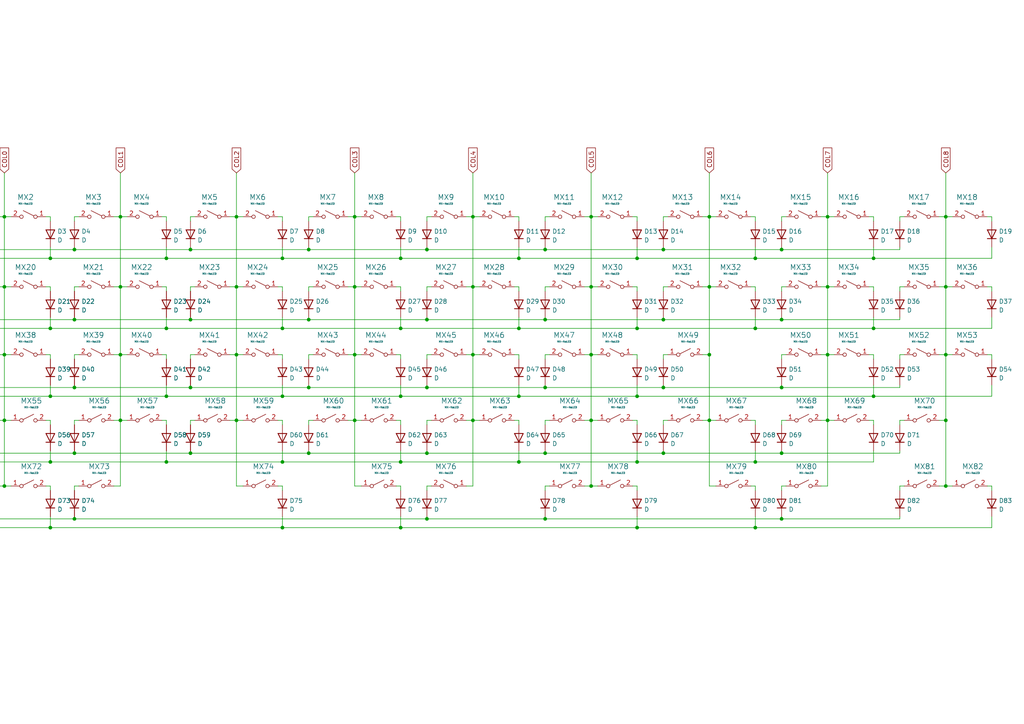
<source format=kicad_sch>
(kicad_sch (version 20211123) (generator eeschema)
  (paper "A4")
  (junction (at 253.365 74.93))
  (junction (at 274.32 121.92))
  (junction (at 137.16 102.87))
  (junction (at 21.59 92.71))
  (junction (at 274.32 62.865))
  (junction (at 274.32 83.185))
  (junction (at 240.03 62.865))
  (junction (at 274.32 102.87))
  (junction (at 240.03 83.185))
  (junction (at 240.03 121.92))
  (junction (at 240.03 102.87))
  (junction (at 171.45 140.97))
  (junction (at 274.32 140.97))
  (junction (at 184.785 133.985))
  (junction (at 89.535 92.71))
  (junction (at 68.58 121.92))
  (junction (at 102.87 83.185))
  (junction (at 226.695 72.39))
  (junction (at 34.925 121.92))
  (junction (at 14.605 74.93))
  (junction (at 219.075 133.985))
  (junction (at 137.16 121.92))
  (junction (at 123.825 131.445))
  (junction (at 205.74 62.865))
  (junction (at 192.405 112.395))
  (junction (at 55.245 92.71))
  (junction (at 137.16 83.185))
  (junction (at 192.405 72.39))
  (junction (at 116.205 74.93))
  (junction (at 55.245 72.39))
  (junction (at 150.495 95.25))
  (junction (at 102.87 62.865))
  (junction (at 21.59 150.495))
  (junction (at 150.495 74.93))
  (junction (at 205.74 83.185))
  (junction (at 116.205 95.25))
  (junction (at 14.605 114.935))
  (junction (at 116.205 133.985))
  (junction (at 34.925 83.185))
  (junction (at 68.58 83.185))
  (junction (at 226.695 112.395))
  (junction (at 89.535 131.445))
  (junction (at 192.405 92.71))
  (junction (at 184.785 153.035))
  (junction (at 253.365 95.25))
  (junction (at 123.825 112.395))
  (junction (at 184.785 95.25))
  (junction (at 102.87 121.92))
  (junction (at 171.45 62.865))
  (junction (at -12.065 92.71))
  (junction (at 158.115 112.395))
  (junction (at 21.59 131.445))
  (junction (at 68.58 62.865))
  (junction (at 137.16 62.865))
  (junction (at 123.825 92.71))
  (junction (at 81.915 95.25))
  (junction (at 116.205 114.935))
  (junction (at 226.695 92.71))
  (junction (at 205.74 121.92))
  (junction (at 48.26 133.985))
  (junction (at 89.535 72.39))
  (junction (at 123.825 150.495))
  (junction (at 1.27 121.92))
  (junction (at 1.27 83.185))
  (junction (at 1.27 62.865))
  (junction (at 1.27 102.87))
  (junction (at 21.59 112.395))
  (junction (at 21.59 72.39))
  (junction (at 55.245 112.395))
  (junction (at 205.74 102.87))
  (junction (at 171.45 83.185))
  (junction (at 150.495 114.935))
  (junction (at 219.075 153.035))
  (junction (at 226.695 131.445))
  (junction (at 219.075 95.25))
  (junction (at 48.26 74.93))
  (junction (at 89.535 112.395))
  (junction (at 14.605 153.035))
  (junction (at 14.605 133.985))
  (junction (at 34.925 62.865))
  (junction (at 1.27 140.97))
  (junction (at 219.075 74.93))
  (junction (at 171.45 121.92))
  (junction (at 192.405 131.445))
  (junction (at 123.825 72.39))
  (junction (at 34.925 102.87))
  (junction (at 158.115 150.495))
  (junction (at 171.45 102.87))
  (junction (at 48.26 95.25))
  (junction (at 253.365 114.935))
  (junction (at 48.26 114.935))
  (junction (at 81.915 153.035))
  (junction (at 158.115 92.71))
  (junction (at -12.065 131.445))
  (junction (at 116.205 153.035))
  (junction (at 81.915 133.985))
  (junction (at -12.065 150.495))
  (junction (at -12.065 112.395))
  (junction (at 184.785 114.935))
  (junction (at 158.115 72.39))
  (junction (at 81.915 114.935))
  (junction (at 68.58 102.87))
  (junction (at 158.115 131.445))
  (junction (at 81.915 74.93))
  (junction (at 55.245 131.445))
  (junction (at 150.495 133.985))
  (junction (at 14.605 95.25))
  (junction (at 226.695 150.495))
  (junction (at 184.785 74.93))
  (junction (at 102.87 102.87))
  (junction (at -12.065 72.39))
  (wire (pts (xy -0.635 102.87) (xy 1.27 102.87)))
  (wire (pts (xy 137.16 83.185) (xy 139.065 83.185)))
  (wire (pts (xy 158.115 62.865) (xy 158.115 64.135)))
  (wire (pts (xy 137.16 50.165) (xy 137.16 62.865)))
  (wire (pts (xy 125.095 121.92) (xy 123.825 121.92)))
  (wire (pts (xy 260.985 121.92) (xy 260.985 123.19)))
  (wire (pts (xy 227.965 140.97) (xy 226.695 140.97)))
  (wire (pts (xy 260.985 62.865) (xy 260.985 64.135)))
  (wire (pts (xy 123.825 62.865) (xy 123.825 64.135)))
  (wire (pts (xy 33.02 102.87) (xy 34.925 102.87)))
  (wire (pts (xy 193.675 102.87) (xy 192.405 102.87)))
  (wire (pts (xy 287.655 83.185) (xy 287.655 84.455)))
  (wire (pts (xy 81.915 92.075) (xy 81.915 95.25)))
  (wire (pts (xy 13.335 140.97) (xy 14.605 140.97)))
  (wire (pts (xy -12.065 102.87) (xy -12.065 104.14)))
  (wire (pts (xy 149.225 62.865) (xy 150.495 62.865)))
  (wire (pts (xy 287.655 71.755) (xy 287.655 74.93)))
  (wire (pts (xy 219.075 121.92) (xy 219.075 123.19)))
  (wire (pts (xy 226.695 130.81) (xy 226.695 131.445)))
  (wire (pts (xy 287.655 153.035) (xy 287.655 149.86)))
  (wire (pts (xy 123.825 112.395) (xy 158.115 112.395)))
  (wire (pts (xy 287.655 62.865) (xy 287.655 64.135)))
  (wire (pts (xy 192.405 102.87) (xy 192.405 104.14)))
  (wire (pts (xy 102.87 102.87) (xy 102.87 121.92)))
  (wire (pts (xy 21.59 92.075) (xy 21.59 92.71)))
  (wire (pts (xy 116.205 133.985) (xy 150.495 133.985)))
  (wire (pts (xy 159.385 140.97) (xy 158.115 140.97)))
  (wire (pts (xy 116.205 95.25) (xy 150.495 95.25)))
  (wire (pts (xy -12.065 72.39) (xy 21.59 72.39)))
  (wire (pts (xy 1.27 62.865) (xy 3.175 62.865)))
  (wire (pts (xy 226.695 112.395) (xy 260.985 112.395)))
  (wire (pts (xy 14.605 114.935) (xy 48.26 114.935)))
  (wire (pts (xy 227.965 83.185) (xy 226.695 83.185)))
  (wire (pts (xy 171.45 121.92) (xy 171.45 102.87)))
  (wire (pts (xy 260.985 112.395) (xy 260.985 111.76)))
  (wire (pts (xy 227.965 121.92) (xy 226.695 121.92)))
  (wire (pts (xy 184.785 62.865) (xy 184.785 64.135)))
  (wire (pts (xy 81.915 62.865) (xy 81.915 64.135)))
  (wire (pts (xy 102.87 83.185) (xy 102.87 102.87)))
  (wire (pts (xy 171.45 62.865) (xy 171.45 83.185)))
  (wire (pts (xy 125.095 62.865) (xy 123.825 62.865)))
  (wire (pts (xy 274.32 62.865) (xy 276.225 62.865)))
  (wire (pts (xy -12.065 71.755) (xy -12.065 72.39)))
  (wire (pts (xy 227.965 62.865) (xy 226.695 62.865)))
  (wire (pts (xy -12.065 112.395) (xy 21.59 112.395)))
  (wire (pts (xy 81.915 140.97) (xy 81.915 142.24)))
  (wire (pts (xy 240.03 62.865) (xy 240.03 83.185)))
  (wire (pts (xy 183.515 102.87) (xy 184.785 102.87)))
  (wire (pts (xy 34.925 121.92) (xy 34.925 140.97)))
  (wire (pts (xy 252.095 83.185) (xy 253.365 83.185)))
  (wire (pts (xy 123.825 83.185) (xy 123.825 84.455)))
  (wire (pts (xy -12.065 150.495) (xy 21.59 150.495)))
  (wire (pts (xy 253.365 102.87) (xy 253.365 104.14)))
  (wire (pts (xy 158.115 131.445) (xy 192.405 131.445)))
  (wire (pts (xy 274.32 140.97) (xy 272.415 140.97)))
  (wire (pts (xy -18.415 92.71) (xy -12.065 92.71)))
  (wire (pts (xy 1.27 140.97) (xy 3.175 140.97)))
  (wire (pts (xy 116.205 71.755) (xy 116.205 74.93)))
  (wire (pts (xy 192.405 130.81) (xy 192.405 131.445)))
  (wire (pts (xy 48.26 114.935) (xy 81.915 114.935)))
  (wire (pts (xy 116.205 130.81) (xy 116.205 133.985)))
  (wire (pts (xy 125.095 140.97) (xy 123.825 140.97)))
  (wire (pts (xy 102.87 62.865) (xy 102.87 83.185)))
  (wire (pts (xy 262.255 140.97) (xy 260.985 140.97)))
  (wire (pts (xy 262.255 83.185) (xy 260.985 83.185)))
  (wire (pts (xy 21.59 130.81) (xy 21.59 131.445)))
  (wire (pts (xy 90.805 83.185) (xy 89.535 83.185)))
  (wire (pts (xy 89.535 71.755) (xy 89.535 72.39)))
  (wire (pts (xy 13.335 83.185) (xy 14.605 83.185)))
  (wire (pts (xy 21.59 131.445) (xy 55.245 131.445)))
  (wire (pts (xy 150.495 71.755) (xy 150.495 74.93)))
  (wire (pts (xy 192.405 92.075) (xy 192.405 92.71)))
  (wire (pts (xy -18.415 114.935) (xy 14.605 114.935)))
  (wire (pts (xy 48.26 95.25) (xy 81.915 95.25)))
  (wire (pts (xy 205.74 140.97) (xy 207.645 140.97)))
  (wire (pts (xy 253.365 114.935) (xy 287.655 114.935)))
  (wire (pts (xy 102.87 83.185) (xy 104.775 83.185)))
  (wire (pts (xy 46.99 102.87) (xy 48.26 102.87)))
  (wire (pts (xy 158.115 111.76) (xy 158.115 112.395)))
  (wire (pts (xy 150.495 74.93) (xy 116.205 74.93)))
  (wire (pts (xy 226.695 83.185) (xy 226.695 84.455)))
  (wire (pts (xy 226.695 62.865) (xy 226.695 64.135)))
  (wire (pts (xy 13.335 62.865) (xy 14.605 62.865)))
  (wire (pts (xy 81.915 83.185) (xy 81.915 84.455)))
  (wire (pts (xy 102.87 102.87) (xy 104.775 102.87)))
  (wire (pts (xy 89.535 62.865) (xy 89.535 64.135)))
  (wire (pts (xy 192.405 111.76) (xy 192.405 112.395)))
  (wire (pts (xy -12.065 111.76) (xy -12.065 112.395)))
  (wire (pts (xy 14.605 74.93) (xy -18.415 74.93)))
  (wire (pts (xy 171.45 83.185) (xy 171.45 102.87)))
  (wire (pts (xy 34.925 102.87) (xy 36.83 102.87)))
  (wire (pts (xy 150.495 114.935) (xy 184.785 114.935)))
  (wire (pts (xy -10.795 140.97) (xy -12.065 140.97)))
  (wire (pts (xy 48.26 83.185) (xy 48.26 84.455)))
  (wire (pts (xy 193.675 62.865) (xy 192.405 62.865)))
  (wire (pts (xy 184.785 111.76) (xy 184.785 114.935)))
  (wire (pts (xy -0.635 121.92) (xy 1.27 121.92)))
  (wire (pts (xy 1.27 50.165) (xy 1.27 62.865)))
  (wire (pts (xy 34.925 83.185) (xy 36.83 83.185)))
  (wire (pts (xy 205.74 50.165) (xy 205.74 62.865)))
  (wire (pts (xy 171.45 121.92) (xy 173.355 121.92)))
  (wire (pts (xy 158.115 71.755) (xy 158.115 72.39)))
  (wire (pts (xy 89.535 130.81) (xy 89.535 131.445)))
  (wire (pts (xy 14.605 92.075) (xy 14.605 95.25)))
  (wire (pts (xy -12.065 140.97) (xy -12.065 142.24)))
  (wire (pts (xy 203.835 83.185) (xy 205.74 83.185)))
  (wire (pts (xy 55.245 121.92) (xy 55.245 123.19)))
  (wire (pts (xy 158.115 102.87) (xy 158.115 104.14)))
  (wire (pts (xy 219.075 133.985) (xy 253.365 133.985)))
  (wire (pts (xy 90.805 121.92) (xy 89.535 121.92)))
  (wire (pts (xy 219.075 62.865) (xy 219.075 64.135)))
  (wire (pts (xy 14.605 140.97) (xy 14.605 142.24)))
  (wire (pts (xy 219.075 130.81) (xy 219.075 133.985)))
  (wire (pts (xy 184.785 74.93) (xy 150.495 74.93)))
  (wire (pts (xy 159.385 121.92) (xy 158.115 121.92)))
  (wire (pts (xy 80.645 140.97) (xy 81.915 140.97)))
  (wire (pts (xy 68.58 62.865) (xy 68.58 83.185)))
  (wire (pts (xy 158.115 92.71) (xy 192.405 92.71)))
  (wire (pts (xy 80.645 83.185) (xy 81.915 83.185)))
  (wire (pts (xy 1.27 121.92) (xy 3.175 121.92)))
  (wire (pts (xy 34.925 62.865) (xy 34.925 83.185)))
  (wire (pts (xy 205.74 121.92) (xy 207.645 121.92)))
  (wire (pts (xy 149.225 121.92) (xy 150.495 121.92)))
  (wire (pts (xy 217.805 121.92) (xy 219.075 121.92)))
  (wire (pts (xy -10.795 62.865) (xy -12.065 62.865)))
  (wire (pts (xy 55.245 62.865) (xy 55.245 64.135)))
  (wire (pts (xy 192.405 62.865) (xy 192.405 64.135)))
  (wire (pts (xy 219.075 83.185) (xy 219.075 84.455)))
  (wire (pts (xy 21.59 121.92) (xy 21.59 123.19)))
  (wire (pts (xy 203.835 62.865) (xy 205.74 62.865)))
  (wire (pts (xy -12.065 121.92) (xy -12.065 123.19)))
  (wire (pts (xy 184.785 95.25) (xy 219.075 95.25)))
  (wire (pts (xy 171.45 62.865) (xy 173.355 62.865)))
  (wire (pts (xy 55.245 111.76) (xy 55.245 112.395)))
  (wire (pts (xy 68.58 102.87) (xy 68.58 121.92)))
  (wire (pts (xy 89.535 111.76) (xy 89.535 112.395)))
  (wire (pts (xy -12.065 130.81) (xy -12.065 131.445)))
  (wire (pts (xy 253.365 92.075) (xy 253.365 95.25)))
  (wire (pts (xy 22.86 140.97) (xy 21.59 140.97)))
  (wire (pts (xy 158.115 72.39) (xy 192.405 72.39)))
  (wire (pts (xy 184.785 114.935) (xy 253.365 114.935)))
  (wire (pts (xy -12.065 92.71) (xy 21.59 92.71)))
  (wire (pts (xy 102.87 121.92) (xy 102.87 140.97)))
  (wire (pts (xy 183.515 140.97) (xy 184.785 140.97)))
  (wire (pts (xy 14.605 121.92) (xy 14.605 123.19)))
  (wire (pts (xy 253.365 95.25) (xy 287.655 95.25)))
  (wire (pts (xy 137.16 102.87) (xy 137.16 121.92)))
  (wire (pts (xy 150.495 130.81) (xy 150.495 133.985)))
  (wire (pts (xy 102.87 62.865) (xy 104.775 62.865)))
  (wire (pts (xy 238.125 102.87) (xy 240.03 102.87)))
  (wire (pts (xy 219.075 153.035) (xy 287.655 153.035)))
  (wire (pts (xy 100.965 121.92) (xy 102.87 121.92)))
  (wire (pts (xy 217.805 62.865) (xy 219.075 62.865)))
  (wire (pts (xy 253.365 83.185) (xy 253.365 84.455)))
  (wire (pts (xy 48.26 92.075) (xy 48.26 95.25)))
  (wire (pts (xy 48.26 111.76) (xy 48.26 114.935)))
  (wire (pts (xy 260.985 72.39) (xy 260.985 71.755)))
  (wire (pts (xy 219.075 95.25) (xy 253.365 95.25)))
  (wire (pts (xy 116.205 83.185) (xy 116.205 84.455)))
  (wire (pts (xy 116.205 74.93) (xy 81.915 74.93)))
  (wire (pts (xy 14.605 149.86) (xy 14.605 153.035)))
  (wire (pts (xy 274.32 121.92) (xy 274.32 140.97)))
  (wire (pts (xy 217.805 83.185) (xy 219.075 83.185)))
  (wire (pts (xy 123.825 150.495) (xy 158.115 150.495)))
  (wire (pts (xy 226.695 92.71) (xy 260.985 92.71)))
  (wire (pts (xy 253.365 71.755) (xy 253.365 74.93)))
  (wire (pts (xy 116.205 102.87) (xy 116.205 104.14)))
  (wire (pts (xy 116.205 121.92) (xy 116.205 123.19)))
  (wire (pts (xy 123.825 71.755) (xy 123.825 72.39)))
  (wire (pts (xy 192.405 83.185) (xy 192.405 84.455)))
  (wire (pts (xy 102.87 121.92) (xy 104.775 121.92)))
  (wire (pts (xy 114.935 62.865) (xy 116.205 62.865)))
  (wire (pts (xy 21.59 112.395) (xy 55.245 112.395)))
  (wire (pts (xy 116.205 149.86) (xy 116.205 153.035)))
  (wire (pts (xy 226.695 149.86) (xy 226.695 150.495)))
  (wire (pts (xy 68.58 121.92) (xy 70.485 121.92)))
  (wire (pts (xy 240.03 83.185) (xy 240.03 102.87)))
  (wire (pts (xy 114.935 140.97) (xy 116.205 140.97)))
  (wire (pts (xy 125.095 83.185) (xy 123.825 83.185)))
  (wire (pts (xy -18.415 133.985) (xy 14.605 133.985)))
  (wire (pts (xy 184.785 149.86) (xy 184.785 153.035)))
  (wire (pts (xy 89.535 131.445) (xy 123.825 131.445)))
  (wire (pts (xy 149.225 102.87) (xy 150.495 102.87)))
  (wire (pts (xy 226.695 150.495) (xy 260.985 150.495)))
  (wire (pts (xy 100.965 83.185) (xy 102.87 83.185)))
  (wire (pts (xy 226.695 72.39) (xy 260.985 72.39)))
  (wire (pts (xy 150.495 92.075) (xy 150.495 95.25)))
  (wire (pts (xy 123.825 131.445) (xy 158.115 131.445)))
  (wire (pts (xy 21.59 111.76) (xy 21.59 112.395)))
  (wire (pts (xy 14.605 153.035) (xy 81.915 153.035)))
  (wire (pts (xy 137.16 121.92) (xy 137.16 140.97)))
  (wire (pts (xy 260.985 83.185) (xy 260.985 84.455)))
  (wire (pts (xy 80.645 62.865) (xy 81.915 62.865)))
  (wire (pts (xy 272.415 102.87) (xy 274.32 102.87)))
  (wire (pts (xy 240.03 121.92) (xy 241.935 121.92)))
  (wire (pts (xy 287.655 140.97) (xy 287.655 142.24)))
  (wire (pts (xy 13.335 121.92) (xy 14.605 121.92)))
  (wire (pts (xy 287.655 114.935) (xy 287.655 111.76)))
  (wire (pts (xy 48.26 121.92) (xy 48.26 123.19)))
  (wire (pts (xy 260.985 140.97) (xy 260.985 142.24)))
  (wire (pts (xy 274.32 62.865) (xy 274.32 83.185)))
  (wire (pts (xy 100.965 102.87) (xy 102.87 102.87)))
  (wire (pts (xy 238.125 62.865) (xy 240.03 62.865)))
  (wire (pts (xy 274.32 83.185) (xy 274.32 102.87)))
  (wire (pts (xy 169.545 121.92) (xy 171.45 121.92)))
  (wire (pts (xy 1.27 62.865) (xy 1.27 83.185)))
  (wire (pts (xy 158.115 83.185) (xy 158.115 84.455)))
  (wire (pts (xy 81.915 153.035) (xy 116.205 153.035)))
  (wire (pts (xy 89.535 92.075) (xy 89.535 92.71)))
  (wire (pts (xy 125.095 102.87) (xy 123.825 102.87)))
  (wire (pts (xy 260.985 102.87) (xy 260.985 104.14)))
  (wire (pts (xy 158.115 130.81) (xy 158.115 131.445)))
  (wire (pts (xy 240.03 83.185) (xy 241.935 83.185)))
  (wire (pts (xy 66.675 83.185) (xy 68.58 83.185)))
  (wire (pts (xy 48.26 62.865) (xy 48.26 64.135)))
  (wire (pts (xy 68.58 50.165) (xy 68.58 62.865)))
  (wire (pts (xy 219.075 149.86) (xy 219.075 153.035)))
  (wire (pts (xy 13.335 102.87) (xy 14.605 102.87)))
  (wire (pts (xy 137.16 62.865) (xy 137.16 83.185)))
  (wire (pts (xy 287.655 74.93) (xy 253.365 74.93)))
  (wire (pts (xy 240.03 121.92) (xy 240.03 140.97)))
  (wire (pts (xy 260.985 131.445) (xy 260.985 130.81)))
  (wire (pts (xy 272.415 121.92) (xy 274.32 121.92)))
  (wire (pts (xy 116.205 114.935) (xy 150.495 114.935)))
  (wire (pts (xy 55.245 71.755) (xy 55.245 72.39)))
  (wire (pts (xy 89.535 112.395) (xy 123.825 112.395)))
  (wire (pts (xy 287.655 95.25) (xy 287.655 92.075)))
  (wire (pts (xy 158.115 149.86) (xy 158.115 150.495)))
  (wire (pts (xy 55.245 130.81) (xy 55.245 131.445)))
  (wire (pts (xy 219.075 74.93) (xy 184.785 74.93)))
  (wire (pts (xy -0.635 140.97) (xy 1.27 140.97)))
  (wire (pts (xy 90.805 102.87) (xy 89.535 102.87)))
  (wire (pts (xy 89.535 72.39) (xy 123.825 72.39)))
  (wire (pts (xy 14.605 102.87) (xy 14.605 104.14)))
  (wire (pts (xy 159.385 62.865) (xy 158.115 62.865)))
  (wire (pts (xy 21.59 102.87) (xy 21.59 104.14)))
  (wire (pts (xy -12.065 62.865) (xy -12.065 64.135)))
  (wire (pts (xy 184.785 133.985) (xy 219.075 133.985)))
  (wire (pts (xy 240.03 62.865) (xy 241.935 62.865)))
  (wire (pts (xy 123.825 140.97) (xy 123.825 142.24)))
  (wire (pts (xy 205.74 83.185) (xy 207.645 83.185)))
  (wire (pts (xy -18.415 150.495) (xy -12.065 150.495)))
  (wire (pts (xy 56.515 121.92) (xy 55.245 121.92)))
  (wire (pts (xy 123.825 102.87) (xy 123.825 104.14)))
  (wire (pts (xy 48.26 74.93) (xy 14.605 74.93)))
  (wire (pts (xy 1.27 102.87) (xy 3.175 102.87)))
  (wire (pts (xy 171.45 140.97) (xy 173.355 140.97)))
  (wire (pts (xy 253.365 130.81) (xy 253.365 133.985)))
  (wire (pts (xy 238.125 83.185) (xy 240.03 83.185)))
  (wire (pts (xy 81.915 114.935) (xy 116.205 114.935)))
  (wire (pts (xy 150.495 102.87) (xy 150.495 104.14)))
  (wire (pts (xy 184.785 153.035) (xy 219.075 153.035)))
  (wire (pts (xy 184.785 130.81) (xy 184.785 133.985)))
  (wire (pts (xy 21.59 71.755) (xy 21.59 72.39)))
  (wire (pts (xy 46.99 83.185) (xy 48.26 83.185)))
  (wire (pts (xy 46.99 121.92) (xy 48.26 121.92)))
  (wire (pts (xy 100.965 62.865) (xy 102.87 62.865)))
  (wire (pts (xy 80.645 102.87) (xy 81.915 102.87)))
  (wire (pts (xy 252.095 121.92) (xy 253.365 121.92)))
  (wire (pts (xy 203.835 102.87) (xy 205.74 102.87)))
  (wire (pts (xy 22.86 121.92) (xy 21.59 121.92)))
  (wire (pts (xy 89.535 92.71) (xy 123.825 92.71)))
  (wire (pts (xy 272.415 62.865) (xy 274.32 62.865)))
  (wire (pts (xy 55.245 131.445) (xy 89.535 131.445)))
  (wire (pts (xy 114.935 83.185) (xy 116.205 83.185)))
  (wire (pts (xy 123.825 92.075) (xy 123.825 92.71)))
  (wire (pts (xy 150.495 95.25) (xy 184.785 95.25)))
  (wire (pts (xy 81.915 130.81) (xy 81.915 133.985)))
  (wire (pts (xy 102.87 50.165) (xy 102.87 62.865)))
  (wire (pts (xy 184.785 121.92) (xy 184.785 123.19)))
  (wire (pts (xy 169.545 83.185) (xy 171.45 83.185)))
  (wire (pts (xy 81.915 111.76) (xy 81.915 114.935)))
  (wire (pts (xy 123.825 149.86) (xy 123.825 150.495)))
  (wire (pts (xy 81.915 121.92) (xy 81.915 123.19)))
  (wire (pts (xy 192.405 71.755) (xy 192.405 72.39)))
  (wire (pts (xy 240.03 102.87) (xy 241.935 102.87)))
  (wire (pts (xy 116.205 153.035) (xy 184.785 153.035)))
  (wire (pts (xy 226.695 111.76) (xy 226.695 112.395)))
  (wire (pts (xy 219.075 140.97) (xy 219.075 142.24)))
  (wire (pts (xy 68.58 62.865) (xy 70.485 62.865)))
  (wire (pts (xy 272.415 83.185) (xy 274.32 83.185)))
  (wire (pts (xy 89.535 121.92) (xy 89.535 123.19)))
  (wire (pts (xy 184.785 92.075) (xy 184.785 95.25)))
  (wire (pts (xy 137.16 121.92) (xy 139.065 121.92)))
  (wire (pts (xy 46.99 62.865) (xy 48.26 62.865)))
  (wire (pts (xy 219.075 71.755) (xy 219.075 74.93)))
  (wire (pts (xy 159.385 102.87) (xy 158.115 102.87)))
  (wire (pts (xy 123.825 72.39) (xy 158.115 72.39)))
  (wire (pts (xy -0.635 83.185) (xy 1.27 83.185)))
  (wire (pts (xy 55.245 92.71) (xy 89.535 92.71)))
  (wire (pts (xy 21.59 150.495) (xy 123.825 150.495)))
  (wire (pts (xy 205.74 62.865) (xy 207.645 62.865)))
  (wire (pts (xy 150.495 83.185) (xy 150.495 84.455)))
  (wire (pts (xy 158.115 92.075) (xy 158.115 92.71)))
  (wire (pts (xy 81.915 149.86) (xy 81.915 153.035)))
  (wire (pts (xy 183.515 62.865) (xy 184.785 62.865)))
  (wire (pts (xy 114.935 121.92) (xy 116.205 121.92)))
  (wire (pts (xy 55.245 102.87) (xy 55.245 104.14)))
  (wire (pts (xy -10.795 83.185) (xy -12.065 83.185)))
  (wire (pts (xy 66.675 62.865) (xy 68.58 62.865)))
  (wire (pts (xy 1.27 83.185) (xy 1.27 102.87)))
  (wire (pts (xy 66.675 102.87) (xy 68.58 102.87)))
  (wire (pts (xy 135.255 102.87) (xy 137.16 102.87)))
  (wire (pts (xy 56.515 102.87) (xy 55.245 102.87)))
  (wire (pts (xy 183.515 83.185) (xy 184.785 83.185)))
  (wire (pts (xy 14.605 130.81) (xy 14.605 133.985)))
  (wire (pts (xy 184.785 102.87) (xy 184.785 104.14)))
  (wire (pts (xy 135.255 121.92) (xy 137.16 121.92)))
  (wire (pts (xy 262.255 121.92) (xy 260.985 121.92)))
  (wire (pts (xy -12.065 92.075) (xy -12.065 92.71)))
  (wire (pts (xy 184.785 71.755) (xy 184.785 74.93)))
  (wire (pts (xy 56.515 83.185) (xy 55.245 83.185)))
  (wire (pts (xy 81.915 74.93) (xy 48.26 74.93)))
  (wire (pts (xy 123.825 121.92) (xy 123.825 123.19)))
  (wire (pts (xy 14.605 95.25) (xy 48.26 95.25)))
  (wire (pts (xy 150.495 121.92) (xy 150.495 123.19)))
  (wire (pts (xy 22.86 83.185) (xy 21.59 83.185)))
  (wire (pts (xy 193.675 121.92) (xy 192.405 121.92)))
  (wire (pts (xy 252.095 102.87) (xy 253.365 102.87)))
  (wire (pts (xy 116.205 62.865) (xy 116.205 64.135)))
  (wire (pts (xy 22.86 62.865) (xy 21.59 62.865)))
  (wire (pts (xy -12.065 149.86) (xy -12.065 150.495)))
  (wire (pts (xy 21.59 72.39) (xy 55.245 72.39)))
  (wire (pts (xy 1.27 102.87) (xy 1.27 121.92)))
  (wire (pts (xy -18.415 112.395) (xy -12.065 112.395)))
  (wire (pts (xy 68.58 83.185) (xy 70.485 83.185)))
  (wire (pts (xy 14.605 133.985) (xy 48.26 133.985)))
  (wire (pts (xy 169.545 102.87) (xy 171.45 102.87)))
  (wire (pts (xy -12.065 83.185) (xy -12.065 84.455)))
  (wire (pts (xy 274.32 140.97) (xy 276.225 140.97)))
  (wire (pts (xy 184.785 83.185) (xy 184.785 84.455)))
  (wire (pts (xy 81.915 102.87) (xy 81.915 104.14)))
  (wire (pts (xy 66.675 121.92) (xy 68.58 121.92)))
  (wire (pts (xy -10.795 121.92) (xy -12.065 121.92)))
  (wire (pts (xy 150.495 111.76) (xy 150.495 114.935)))
  (wire (pts (xy 33.02 121.92) (xy 34.925 121.92)))
  (wire (pts (xy 252.095 62.865) (xy 253.365 62.865)))
  (wire (pts (xy 286.385 140.97) (xy 287.655 140.97)))
  (wire (pts (xy 171.45 102.87) (xy 173.355 102.87)))
  (wire (pts (xy 274.32 102.87) (xy 276.225 102.87)))
  (wire (pts (xy 217.805 140.97) (xy 219.075 140.97)))
  (wire (pts (xy 48.26 71.755) (xy 48.26 74.93)))
  (wire (pts (xy 116.205 140.97) (xy 116.205 142.24)))
  (wire (pts (xy 171.45 83.185) (xy 173.355 83.185)))
  (wire (pts (xy 150.495 62.865) (xy 150.495 64.135)))
  (wire (pts (xy 116.205 92.075) (xy 116.205 95.25)))
  (wire (pts (xy 137.16 62.865) (xy 139.065 62.865)))
  (wire (pts (xy 34.925 62.865) (xy 36.83 62.865)))
  (wire (pts (xy 56.515 62.865) (xy 55.245 62.865)))
  (wire (pts (xy 253.365 62.865) (xy 253.365 64.135)))
  (wire (pts (xy 238.125 121.92) (xy 240.03 121.92)))
  (wire (pts (xy 21.59 149.86) (xy 21.59 150.495)))
  (wire (pts (xy 33.02 83.185) (xy 34.925 83.185)))
  (wire (pts (xy 286.385 83.185) (xy 287.655 83.185)))
  (wire (pts (xy 34.925 50.165) (xy 34.925 62.865)))
  (wire (pts (xy 137.16 83.185) (xy 137.16 102.87)))
  (wire (pts (xy 158.115 150.495) (xy 226.695 150.495)))
  (wire (pts (xy 34.925 121.92) (xy 36.83 121.92)))
  (wire (pts (xy 171.45 50.165) (xy 171.45 62.865)))
  (wire (pts (xy 274.32 50.165) (xy 274.32 62.865)))
  (wire (pts (xy 274.32 83.185) (xy 276.225 83.185)))
  (wire (pts (xy 21.59 83.185) (xy 21.59 84.455)))
  (wire (pts (xy 240.03 102.87) (xy 240.03 121.92)))
  (wire (pts (xy 34.925 102.87) (xy 34.925 121.92)))
  (wire (pts (xy 240.03 140.97) (xy 238.125 140.97)))
  (wire (pts (xy 205.74 121.92) (xy 205.74 140.97)))
  (wire (pts (xy 22.86 102.87) (xy 21.59 102.87)))
  (wire (pts (xy 14.605 71.755) (xy 14.605 74.93)))
  (wire (pts (xy 114.935 102.87) (xy 116.205 102.87)))
  (wire (pts (xy 226.695 140.97) (xy 226.695 142.24)))
  (wire (pts (xy 135.255 140.97) (xy 137.16 140.97)))
  (wire (pts (xy 55.245 112.395) (xy 89.535 112.395)))
  (wire (pts (xy 219.075 92.075) (xy 219.075 95.25)))
  (wire (pts (xy 253.365 74.93) (xy 219.075 74.93)))
  (wire (pts (xy 226.695 92.075) (xy 226.695 92.71)))
  (wire (pts (xy 158.115 112.395) (xy 192.405 112.395)))
  (wire (pts (xy 260.985 92.71) (xy 260.985 92.075)))
  (wire (pts (xy 150.495 133.985) (xy 184.785 133.985)))
  (wire (pts (xy 21.59 92.71) (xy 55.245 92.71)))
  (wire (pts (xy -18.415 153.035) (xy 14.605 153.035)))
  (wire (pts (xy 68.58 102.87) (xy 70.485 102.87)))
  (wire (pts (xy 21.59 62.865) (xy 21.59 64.135)))
  (wire (pts (xy 123.825 111.76) (xy 123.825 112.395)))
  (wire (pts (xy 192.405 121.92) (xy 192.405 123.19)))
  (wire (pts (xy 226.695 102.87) (xy 226.695 104.14)))
  (wire (pts (xy 14.605 111.76) (xy 14.605 114.935)))
  (wire (pts (xy 253.365 121.92) (xy 253.365 123.19)))
  (wire (pts (xy 80.645 121.92) (xy 81.915 121.92)))
  (wire (pts (xy 183.515 121.92) (xy 184.785 121.92)))
  (wire (pts (xy 192.405 92.71) (xy 226.695 92.71)))
  (wire (pts (xy 192.405 112.395) (xy 226.695 112.395)))
  (wire (pts (xy 158.115 121.92) (xy 158.115 123.19)))
  (wire (pts (xy 203.835 121.92) (xy 205.74 121.92)))
  (wire (pts (xy 14.605 83.185) (xy 14.605 84.455)))
  (wire (pts (xy 1.27 83.185) (xy 3.175 83.185)))
  (wire (pts (xy -12.065 131.445) (xy 21.59 131.445)))
  (wire (pts (xy 81.915 133.985) (xy 116.205 133.985)))
  (wire (pts (xy 169.545 62.865) (xy 171.45 62.865)))
  (wire (pts (xy 192.405 72.39) (xy 226.695 72.39)))
  (wire (pts (xy 48.26 130.81) (xy 48.26 133.985)))
  (wire (pts (xy 226.695 71.755) (xy 226.695 72.39)))
  (wire (pts (xy 205.74 102.87) (xy 205.74 121.92)))
  (wire (pts (xy 68.58 140.97) (xy 70.485 140.97)))
  (wire (pts (xy 274.32 102.87) (xy 274.32 121.92)))
  (wire (pts (xy 81.915 71.755) (xy 81.915 74.93)))
  (wire (pts (xy 226.695 121.92) (xy 226.695 123.19)))
  (wire (pts (xy -0.635 62.865) (xy 1.27 62.865)))
  (wire (pts (xy 34.925 140.97) (xy 33.02 140.97)))
  (wire (pts (xy 193.675 83.185) (xy 192.405 83.185)))
  (wire (pts (xy 226.695 131.445) (xy 260.985 131.445)))
  (wire (pts (xy 48.26 133.985) (xy 81.915 133.985)))
  (wire (pts (xy 184.785 140.97) (xy 184.785 142.24)))
  (wire (pts (xy 171.45 140.97) (xy 171.45 121.92)))
  (wire (pts (xy 21.59 140.97) (xy 21.59 142.24)))
  (wire (pts (xy -18.415 131.445) (xy -12.065 131.445)))
  (wire (pts (xy 286.385 102.87) (xy 287.655 102.87)))
  (wire (pts (xy 240.03 50.165) (xy 240.03 62.865)))
  (wire (pts (xy 1.27 121.92) (xy 1.27 140.97)))
  (wire (pts (xy 102.87 140.97) (xy 104.775 140.97)))
  (wire (pts (xy 68.58 83.185) (xy 68.58 102.87)))
  (wire (pts (xy 205.74 83.185) (xy 205.74 102.87)))
  (wire (pts (xy 89.535 83.185) (xy 89.535 84.455)))
  (wire (pts (xy -18.415 72.39) (xy -12.065 72.39)))
  (wire (pts (xy 55.245 83.185) (xy 55.245 84.455)))
  (wire (pts (xy 287.655 102.87) (xy 287.655 104.14)))
  (wire (pts (xy 33.02 62.865) (xy 34.925 62.865)))
  (wire (pts (xy 137.16 102.87) (xy 139.065 102.87)))
  (wire (pts (xy 89.535 102.87) (xy 89.535 104.14)))
  (wire (pts (xy 90.805 62.865) (xy 89.535 62.865)))
  (wire (pts (xy 227.965 102.87) (xy 226.695 102.87)))
  (wire (pts (xy 55.245 92.075) (xy 55.245 92.71)))
  (wire (pts (xy -10.795 102.87) (xy -12.065 102.87)))
  (wire (pts (xy 149.225 83.185) (xy 150.495 83.185)))
  (wire (pts (xy 159.385 83.185) (xy 158.115 83.185)))
  (wire (pts (xy 48.26 102.87) (xy 48.26 104.14)))
  (wire (pts (xy 68.58 121.92) (xy 68.58 140.97)))
  (wire (pts (xy 14.605 62.865) (xy 14.605 64.135)))
  (wire (pts (xy 253.365 111.76) (xy 253.365 114.935)))
  (wire (pts (xy 81.915 95.25) (xy 116.205 95.25)))
  (wire (pts (xy 260.985 150.495) (xy 260.985 149.86)))
  (wire (pts (xy 135.255 62.865) (xy 137.16 62.865)))
  (wire (pts (xy 123.825 92.71) (xy 158.115 92.71)))
  (wire (pts (xy 158.115 140.97) (xy 158.115 142.24)))
  (wire (pts (xy 286.385 62.865) (xy 287.655 62.865)))
  (wire (pts (xy 205.74 62.865) (xy 205.74 83.185)))
  (wire (pts (xy 55.245 72.39) (xy 89.535 72.39)))
  (wire (pts (xy 123.825 130.81) (xy 123.825 131.445)))
  (wire (pts (xy 262.255 102.87) (xy 260.985 102.87)))
  (wire (pts (xy 135.255 83.185) (xy 137.16 83.185)))
  (wire (pts (xy 34.925 83.185) (xy 34.925 102.87)))
  (wire (pts (xy -18.415 95.25) (xy 14.605 95.25)))
  (wire (pts (xy 192.405 131.445) (xy 226.695 131.445)))
  (wire (pts (xy 116.205 111.76) (xy 116.205 114.935)))
  (wire (pts (xy 169.545 140.97) (xy 171.45 140.97)))
  (wire (pts (xy 262.255 62.865) (xy 260.985 62.865)))
  (global_label "COL4" (shape input) (at 137.16 50.165 90) (property "Intersheet References" "${INTERSHEET_REFS}" (effects hide)))
  (global_label "COL5" (shape input) (at 171.45 50.165 90) (property "Intersheet References" "${INTERSHEET_REFS}" (effects hide)))
  (global_label "ROW6" (shape input) (at -18.415 131.445 180) (property "Intersheet References" "${INTERSHEET_REFS}" (effects hide)))
  (global_label "COL1" (shape input) (at 34.925 50.165 90) (property "Intersheet References" "${INTERSHEET_REFS}" (effects hide)))
  (global_label "COL0" (shape input) (at 1.27 50.165 90) (property "Intersheet References" "${INTERSHEET_REFS}" (effects hide)))
  (global_label "COL7" (shape input) (at 240.03 50.165 90) (property "Intersheet References" "${INTERSHEET_REFS}" (effects hide)))
  (global_label "COL3" (shape input) (at 102.87 50.165 90) (property "Intersheet References" "${INTERSHEET_REFS}" (effects hide)))
  (global_label "ROW5" (shape input) (at -18.415 114.935 180) (property "Intersheet References" "${INTERSHEET_REFS}" (effects hide)))
  (global_label "COL2" (shape input) (at 68.58 50.165 90) (property "Intersheet References" "${INTERSHEET_REFS}" (effects hide)))
  (global_label "COL6" (shape input) (at 205.74 50.165 90) (property "Intersheet References" "${INTERSHEET_REFS}" (effects hide)))
  (global_label "ROW4" (shape input) (at -18.415 112.395 180) (property "Intersheet References" "${INTERSHEET_REFS}" (effects hide)))
  (global_label "COL8" (shape input) (at 274.32 50.165 90) (property "Intersheet References" "${INTERSHEET_REFS}" (effects hide)))
  (global_label "ROW2" (shape input) (at -18.415 92.71 180) (property "Intersheet References" "${INTERSHEET_REFS}" (effects hide)))
  (global_label "ROW1" (shape input) (at -18.415 74.93 180) (property "Intersheet References" "${INTERSHEET_REFS}" (effects hide)))
  (global_label "ROW0" (shape input) (at -18.415 72.39 180) (property "Intersheet References" "${INTERSHEET_REFS}" (effects hide)))
  (global_label "ROW3" (shape input) (at -18.415 95.25 180) (property "Intersheet References" "${INTERSHEET_REFS}" (effects hide)))
  (global_label "ROW8" (shape input) (at -18.415 150.495 180) (property "Intersheet References" "${INTERSHEET_REFS}" (effects hide)))
  (global_label "ROW7" (shape input) (at -18.415 133.985 180) (property "Intersheet References" "${INTERSHEET_REFS}" (effects hide)))
  (global_label "ROW9" (shape input) (at -18.415 153.035 180) (property "Intersheet References" "${INTERSHEET_REFS}" (effects hide)))
  (symbol (lib_id "Switch:SW_SPST") (at 27.94 62.865 0) (mirror y) (unit 1)
    (property "Reference" "MX3" (at 27.1018 57.2008 0) (effects (font (size 1.524 1.524))))
    (property "Value" "MX-NoLED" (at 27.1018 59.0804 0) (effects (font (size 0.508 0.508))))
    (property "Footprint" "cipulot_parts:ALPS-1U" (effects hide))
  )
  (symbol (lib_id "Device:D") (at 287.655 67.945 90) (unit 1)
    (property "Reference" "D19" (at 289.687 67.1103 90) (effects (justify right)))
    (property "Value" "D" (at 289.687 69.6472 90) (effects (justify right)))
    (property "Footprint" "Diode_SMD:D_SOD-123" (effects hide))
  )
  (symbol (lib_id "Device:D") (at 287.655 146.05 90) (unit 1)
    (property "Reference" "D83" (at 289.687 145.2153 90) (effects (justify right)))
    (property "Value" "D" (at 289.687 147.7522 90) (effects (justify right)))
    (property "Footprint" "Diode_SMD:D_SOD-123" (effects hide))
  )
  (symbol (lib_id "Switch:SW_SPST") (at 198.755 62.865 0) (mirror y) (unit 1)
    (property "Reference" "MX13" (at 197.9168 57.2008 0) (effects (font (size 1.524 1.524))))
    (property "Value" "MX-NoLED" (at 197.9168 59.0804 0) (effects (font (size 0.508 0.508))))
    (property "Footprint" "cipulot_parts:ALPS-1U" (effects hide))
  )
  (symbol (lib_id "Switch:SW_SPST") (at 75.565 121.92 0) (unit 1)
    (property "Reference" "MX59" (at 76.4032 116.2558 0) (effects (font (size 1.524 1.524))))
    (property "Value" "MX-NoLED" (at 76.4032 118.1354 0) (effects (font (size 0.508 0.508))))
    (property "Footprint" "cipulot_parts:ALPS-1U" (effects hide))
  )
  (symbol (lib_id "Device:D") (at 158.115 107.95 90) (unit 1)
    (property "Reference" "D48" (at 160.147 107.1153 90) (effects (justify right)))
    (property "Value" "D" (at 160.147 109.6522 90) (effects (justify right)))
    (property "Footprint" "Diode_SMD:D_SOD-123" (effects hide))
  )
  (symbol (lib_id "Device:D") (at 21.59 88.265 90) (unit 1)
    (property "Reference" "D22" (at 23.622 87.4303 90) (effects (justify right)))
    (property "Value" "D" (at 23.622 89.9672 90) (effects (justify right)))
    (property "Footprint" "Diode_SMD:D_SOD-123" (effects hide))
  )
  (symbol (lib_id "Switch:SW_SPST") (at 178.435 83.185 0) (mirror y) (unit 1)
    (property "Reference" "MX30" (at 177.5968 77.5208 0) (effects (font (size 1.524 1.524))))
    (property "Value" "MX-NoLED" (at 177.5968 79.4004 0) (effects (font (size 0.508 0.508))))
    (property "Footprint" "cipulot_parts:ALPS-1U" (effects hide))
  )
  (symbol (lib_id "Device:D") (at 192.405 107.95 90) (unit 1)
    (property "Reference" "D50" (at 194.437 107.1153 90) (effects (justify right)))
    (property "Value" "D" (at 194.437 109.6522 90) (effects (justify right)))
    (property "Footprint" "Diode_SMD:D_SOD-123" (effects hide))
  )
  (symbol (lib_id "Device:D") (at 48.26 67.945 90) (unit 1)
    (property "Reference" "D5" (at 50.292 67.1103 90) (effects (justify right)))
    (property "Value" "D" (at 50.292 69.6472 90) (effects (justify right)))
    (property "Footprint" "Diode_SMD:D_SOD-123" (effects hide))
  )
  (symbol (lib_id "Device:D") (at 123.825 67.945 90) (unit 1)
    (property "Reference" "D10" (at 125.857 67.1103 90) (effects (justify right)))
    (property "Value" "D" (at 125.857 69.6472 90) (effects (justify right)))
    (property "Footprint" "Diode_SMD:D_SOD-123" (effects hide))
  )
  (symbol (lib_id "Device:D") (at 219.075 127 90) (unit 1)
    (property "Reference" "D68" (at 221.107 126.1653 90) (effects (justify right)))
    (property "Value" "D" (at 221.107 128.7022 90) (effects (justify right)))
    (property "Footprint" "Diode_SMD:D_SOD-123" (effects hide))
  )
  (symbol (lib_id "Device:D") (at 123.825 127 90) (unit 1)
    (property "Reference" "D63" (at 125.857 126.1653 90) (effects (justify right)))
    (property "Value" "D" (at 125.857 128.7022 90) (effects (justify right)))
    (property "Footprint" "Diode_SMD:D_SOD-123" (effects hide))
  )
  (symbol (lib_id "Switch:SW_SPST") (at -5.715 62.865 0) (mirror y) (unit 1)
    (property "Reference" "MX1" (at -6.5532 57.2008 0) (effects (font (size 1.524 1.524))))
    (property "Value" "MX-NoLED" (at -6.5532 59.0804 0) (effects (font (size 0.508 0.508))))
    (property "Footprint" "cipulot_parts:ALPS-1U" (effects hide))
  )
  (symbol (lib_id "Switch:SW_SPST") (at 75.565 140.97 0) (unit 1)
    (property "Reference" "MX74" (at 76.4032 135.3058 0) (effects (font (size 1.524 1.524))))
    (property "Value" "MX-NoLED" (at 76.4032 137.1854 0) (effects (font (size 0.508 0.508))))
    (property "Footprint" "cipulot_parts:ALPS-1U" (effects hide))
  )
  (symbol (lib_id "Device:D") (at 287.655 107.95 90) (unit 1)
    (property "Reference" "D54" (at 289.687 107.1153 90) (effects (justify right)))
    (property "Value" "D" (at 289.687 109.6522 90) (effects (justify right)))
    (property "Footprint" "Diode_SMD:D_SOD-123" (effects hide))
  )
  (symbol (lib_id "Switch:SW_SPST") (at 41.91 83.185 0) (mirror y) (unit 1)
    (property "Reference" "MX22" (at 41.0718 77.5208 0) (effects (font (size 1.524 1.524))))
    (property "Value" "MX-NoLED" (at 41.0718 79.4004 0) (effects (font (size 0.508 0.508))))
    (property "Footprint" "cipulot_parts:ALPS-1U" (effects hide))
  )
  (symbol (lib_id "Device:D") (at 184.785 107.95 90) (unit 1)
    (property "Reference" "D49" (at 186.817 107.1153 90) (effects (justify right)))
    (property "Value" "D" (at 186.817 109.6522 90) (effects (justify right)))
    (property "Footprint" "Diode_SMD:D_SOD-123" (effects hide))
  )
  (symbol (lib_id "Device:D") (at 226.695 146.05 90) (unit 1)
    (property "Reference" "D81" (at 228.727 145.2153 90) (effects (justify right)))
    (property "Value" "D" (at 228.727 147.7522 90) (effects (justify right)))
    (property "Footprint" "Diode_SMD:D_SOD-123" (effects hide))
  )
  (symbol (lib_id "Device:D") (at -12.065 146.05 90) (unit 1)
    (property "Reference" "D72" (at -10.033 145.2153 90) (effects (justify right)))
    (property "Value" "D" (at -10.033 147.7522 90) (effects (justify right)))
    (property "Footprint" "Diode_SMD:D_SOD-123" (effects hide))
  )
  (symbol (lib_id "Device:D") (at 150.495 107.95 90) (unit 1)
    (property "Reference" "D47" (at 152.527 107.1153 90) (effects (justify right)))
    (property "Value" "D" (at 152.527 109.6522 90) (effects (justify right)))
    (property "Footprint" "Diode_SMD:D_SOD-123" (effects hide))
  )
  (symbol (lib_id "Device:D") (at 158.115 146.05 90) (unit 1)
    (property "Reference" "D78" (at 160.147 145.2153 90) (effects (justify right)))
    (property "Value" "D" (at 160.147 147.7522 90) (effects (justify right)))
    (property "Footprint" "Diode_SMD:D_SOD-123" (effects hide))
  )
  (symbol (lib_id "Switch:SW_SPST") (at -5.715 102.87 0) (mirror y) (unit 1)
    (property "Reference" "MX37" (at -6.5532 97.2058 0) (effects (font (size 1.524 1.524))))
    (property "Value" "MX-NoLED" (at -6.5532 99.0854 0) (effects (font (size 0.508 0.508))))
    (property "Footprint" "cipulot_parts:ALPS-1.75U" (effects hide))
  )
  (symbol (lib_id "Switch:SW_SPST") (at 164.465 121.92 0) (unit 1)
    (property "Reference" "MX64" (at 165.3032 116.2558 0) (effects (font (size 1.524 1.524))))
    (property "Value" "MX-NoLED" (at 165.3032 118.1354 0) (effects (font (size 0.508 0.508))))
    (property "Footprint" "cipulot_parts:ALPS-1U" (effects hide))
  )
  (symbol (lib_id "Device:D") (at 55.245 88.265 90) (unit 1)
    (property "Reference" "D24" (at 57.277 87.4303 90) (effects (justify right)))
    (property "Value" "D" (at 57.277 89.9672 90) (effects (justify right)))
    (property "Footprint" "Diode_SMD:D_SOD-123" (effects hide))
  )
  (symbol (lib_id "Device:D") (at 14.605 67.945 90) (unit 1)
    (property "Reference" "D3" (at 16.637 67.1103 90) (effects (justify right)))
    (property "Value" "D" (at 16.637 69.6472 90) (effects (justify right)))
    (property "Footprint" "Diode_SMD:D_SOD-123" (effects hide))
  )
  (symbol (lib_id "Device:D") (at 81.915 88.265 90) (unit 1)
    (property "Reference" "D25" (at 83.947 87.4303 90) (effects (justify right)))
    (property "Value" "D" (at 83.947 89.9672 90) (effects (justify right)))
    (property "Footprint" "Diode_SMD:D_SOD-123" (effects hide))
  )
  (symbol (lib_id "Device:D") (at 116.205 67.945 90) (unit 1)
    (property "Reference" "D9" (at 118.237 67.1103 90) (effects (justify right)))
    (property "Value" "D" (at 118.237 69.6472 90) (effects (justify right)))
    (property "Footprint" "Diode_SMD:D_SOD-123" (effects hide))
  )
  (symbol (lib_id "Switch:SW_SPST") (at 41.91 121.92 0) (unit 1)
    (property "Reference" "MX57" (at 42.7482 116.2558 0) (effects (font (size 1.524 1.524))))
    (property "Value" "MX-NoLED" (at 42.7482 118.1354 0) (effects (font (size 0.508 0.508))))
    (property "Footprint" "cipulot_parts:ALPS-1U" (effects hide))
  )
  (symbol (lib_id "Switch:SW_SPST") (at 212.725 83.185 0) (mirror y) (unit 1)
    (property "Reference" "MX32" (at 211.8868 77.5208 0) (effects (font (size 1.524 1.524))))
    (property "Value" "MX-NoLED" (at 211.8868 79.4004 0) (effects (font (size 0.508 0.508))))
    (property "Footprint" "cipulot_parts:ALPS-SMALL-ISO" (effects hide))
  )
  (symbol (lib_id "Device:D") (at 48.26 88.265 90) (unit 1)
    (property "Reference" "D23" (at 50.292 87.4303 90) (effects (justify right)))
    (property "Value" "D" (at 50.292 89.9672 90) (effects (justify right)))
    (property "Footprint" "Diode_SMD:D_SOD-123" (effects hide))
  )
  (symbol (lib_id "Device:D") (at 81.915 107.95 90) (unit 1)
    (property "Reference" "D43" (at 83.947 107.1153 90) (effects (justify right)))
    (property "Value" "D" (at 83.947 109.6522 90) (effects (justify right)))
    (property "Footprint" "Diode_SMD:D_SOD-123" (effects hide))
  )
  (symbol (lib_id "Switch:SW_SPST") (at 164.465 140.97 0) (unit 1)
    (property "Reference" "MX77" (at 165.3032 135.3058 0) (effects (font (size 1.524 1.524))))
    (property "Value" "MX-NoLED" (at 165.3032 137.1854 0) (effects (font (size 0.508 0.508))))
    (property "Footprint" "cipulot_parts:ALPS-1U" (effects hide))
  )
  (symbol (lib_id "Switch:SW_SPST") (at 267.335 62.865 0) (mirror y) (unit 1)
    (property "Reference" "MX17" (at 266.4968 57.2008 0) (effects (font (size 1.524 1.524))))
    (property "Value" "MX-NoLED" (at 266.4968 59.0804 0) (effects (font (size 0.508 0.508))))
    (property "Footprint" "cipulot_parts:ALPS-1U" (effects hide))
  )
  (symbol (lib_id "Device:D") (at 21.59 107.95 90) (unit 1)
    (property "Reference" "D40" (at 23.622 107.1153 90) (effects (justify right)))
    (property "Value" "D" (at 23.622 109.6522 90) (effects (justify right)))
    (property "Footprint" "Diode_SMD:D_SOD-123" (effects hide))
  )
  (symbol (lib_id "Switch:SW_SPST") (at -5.715 140.97 0) (unit 1)
    (property "Reference" "MX71" (at -4.8768 135.3058 0) (effects (font (size 1.524 1.524))))
    (property "Value" "MX-NoLED" (at -4.8768 137.1854 0) (effects (font (size 0.508 0.508))))
    (property "Footprint" "cipulot_parts:ALPS-1.25U" (effects hide))
  )
  (symbol (lib_id "Device:D") (at 219.075 146.05 90) (unit 1)
    (property "Reference" "D80" (at 221.107 145.2153 90) (effects (justify right)))
    (property "Value" "D" (at 221.107 147.7522 90) (effects (justify right)))
    (property "Footprint" "Diode_SMD:D_SOD-123" (effects hide))
  )
  (symbol (lib_id "Device:D") (at 158.115 67.945 90) (unit 1)
    (property "Reference" "D12" (at 160.147 67.1103 90) (effects (justify right)))
    (property "Value" "D" (at 160.147 69.6472 90) (effects (justify right)))
    (property "Footprint" "Diode_SMD:D_SOD-123" (effects hide))
  )
  (symbol (lib_id "Device:D") (at 150.495 127 90) (unit 1)
    (property "Reference" "D64" (at 152.527 126.1653 90) (effects (justify right)))
    (property "Value" "D" (at 152.527 128.7022 90) (effects (justify right)))
    (property "Footprint" "Diode_SMD:D_SOD-123" (effects hide))
  )
  (symbol (lib_id "Device:D") (at 14.605 127 90) (unit 1)
    (property "Reference" "D56" (at 16.637 126.1653 90) (effects (justify right)))
    (property "Value" "D" (at 16.637 128.7022 90) (effects (justify right)))
    (property "Footprint" "Diode_SMD:D_SOD-123" (effects hide))
  )
  (symbol (lib_id "Switch:SW_SPST") (at 95.885 121.92 0) (unit 1)
    (property "Reference" "MX60" (at 96.7232 116.2558 0) (effects (font (size 1.524 1.524))))
    (property "Value" "MX-NoLED" (at 96.7232 118.1354 0) (effects (font (size 0.508 0.508))))
    (property "Footprint" "cipulot_parts:ALPS-1U" (effects hide))
  )
  (symbol (lib_id "Switch:SW_SPST") (at 8.255 102.87 0) (mirror y) (unit 1)
    (property "Reference" "MX38" (at 7.4168 97.2058 0) (effects (font (size 1.524 1.524))))
    (property "Value" "MX-NoLED" (at 7.4168 99.0854 0) (effects (font (size 0.508 0.508))))
    (property "Footprint" "cipulot_parts:ALPS-1U" (effects hide))
  )
  (symbol (lib_id "Device:D") (at 158.115 88.265 90) (unit 1)
    (property "Reference" "D30" (at 160.147 87.4303 90) (effects (justify right)))
    (property "Value" "D" (at 160.147 89.9672 90) (effects (justify right)))
    (property "Footprint" "Diode_SMD:D_SOD-123" (effects hide))
  )
  (symbol (lib_id "Switch:SW_SPST") (at 27.94 83.185 0) (mirror y) (unit 1)
    (property "Reference" "MX21" (at 27.1018 77.5208 0) (effects (font (size 1.524 1.524))))
    (property "Value" "MX-NoLED" (at 27.1018 79.4004 0) (effects (font (size 0.508 0.508))))
    (property "Footprint" "cipulot_parts:ALPS-1U" (effects hide))
  )
  (symbol (lib_id "Device:D") (at 260.985 88.265 90) (unit 1)
    (property "Reference" "D36" (at 263.017 87.4303 90) (effects (justify right)))
    (property "Value" "D" (at 263.017 89.9672 90) (effects (justify right)))
    (property "Footprint" "Diode_SMD:D_SOD-123" (effects hide))
  )
  (symbol (lib_id "Device:D") (at 14.605 88.265 90) (unit 1)
    (property "Reference" "D21" (at 16.637 87.4303 90) (effects (justify right)))
    (property "Value" "D" (at 16.637 89.9672 90) (effects (justify right)))
    (property "Footprint" "Diode_SMD:D_SOD-123" (effects hide))
  )
  (symbol (lib_id "Switch:SW_SPST") (at 178.435 140.97 0) (unit 1)
    (property "Reference" "MX78" (at 179.2732 135.3058 0) (effects (font (size 1.524 1.524))))
    (property "Value" "MX-NoLED" (at 179.2732 137.1854 0) (effects (font (size 0.508 0.508))))
    (property "Footprint" "cipulot_parts:ALPS-1U" (effects hide))
  )
  (symbol (lib_id "Switch:SW_SPST") (at 281.305 83.185 0) (mirror y) (unit 1)
    (property "Reference" "MX36" (at 280.4668 77.5208 0) (effects (font (size 1.524 1.524))))
    (property "Value" "MX-NoLED" (at 280.4668 79.4004 0) (effects (font (size 0.508 0.508))))
    (property "Footprint" "cipulot_parts:ALPS-1U" (effects hide))
  )
  (symbol (lib_id "Switch:SW_SPST") (at 27.94 102.87 0) (mirror y) (unit 1)
    (property "Reference" "MX39" (at 27.1018 97.2058 0) (effects (font (size 1.524 1.524))))
    (property "Value" "MX-NoLED" (at 27.1018 99.0854 0) (effects (font (size 0.508 0.508))))
    (property "Footprint" "cipulot_parts:ALPS-1U" (effects hide))
  )
  (symbol (lib_id "Device:D") (at 192.405 127 90) (unit 1)
    (property "Reference" "D67" (at 194.437 126.1653 90) (effects (justify right)))
    (property "Value" "D" (at 194.437 128.7022 90) (effects (justify right)))
    (property "Footprint" "Diode_SMD:D_SOD-123" (effects hide))
  )
  (symbol (lib_id "Switch:SW_SPST") (at 212.725 140.97 0) (unit 1)
    (property "Reference" "MX79" (at 213.5632 135.3058 0) (effects (font (size 1.524 1.524))))
    (property "Value" "MX-NoLED" (at 213.5632 137.1854 0) (effects (font (size 0.508 0.508))))
    (property "Footprint" "cipulot_parts:ALPS-1U" (effects hide))
  )
  (symbol (lib_id "Device:D") (at 21.59 67.945 90) (unit 1)
    (property "Reference" "D4" (at 23.622 67.1103 90) (effects (justify right)))
    (property "Value" "D" (at 23.622 69.6472 90) (effects (justify right)))
    (property "Footprint" "Diode_SMD:D_SOD-123" (effects hide))
  )
  (symbol (lib_id "Switch:SW_SPST") (at 144.145 102.87 0) (mirror y) (unit 1)
    (property "Reference" "MX46" (at 143.3068 97.2058 0) (effects (font (size 1.524 1.524))))
    (property "Value" "MX-NoLED" (at 143.3068 99.0854 0) (effects (font (size 0.508 0.508))))
    (property "Footprint" "cipulot_parts:ALPS-1U" (effects hide))
  )
  (symbol (lib_id "Switch:SW_SPST") (at 95.885 102.87 0) (mirror y) (unit 1)
    (property "Reference" "MX43" (at 95.0468 97.2058 0) (effects (font (size 1.524 1.524))))
    (property "Value" "MX-NoLED" (at 95.0468 99.0854 0) (effects (font (size 0.508 0.508))))
    (property "Footprint" "cipulot_parts:ALPS-1U" (effects hide))
  )
  (symbol (lib_id "Switch:SW_SPST") (at 8.255 140.97 0) (unit 1)
    (property "Reference" "MX72" (at 9.0932 135.3058 0) (effects (font (size 1.524 1.524))))
    (property "Value" "MX-NoLED" (at 9.0932 137.1854 0) (effects (font (size 0.508 0.508))))
    (property "Footprint" "cipulot_parts:ALPS-1.5U" (effects hide))
  )
  (symbol (lib_id "Switch:SW_SPST") (at 267.335 140.97 0) (unit 1)
    (property "Reference" "MX81" (at 268.1732 135.3058 0) (effects (font (size 1.524 1.524))))
    (property "Value" "MX-NoLED" (at 268.1732 137.1854 0) (effects (font (size 0.508 0.508))))
    (property "Footprint" "cipulot_parts:ALPS-1U" (effects hide))
  )
  (symbol (lib_id "Switch:SW_SPST") (at 109.855 140.97 0) (unit 1)
    (property "Reference" "MX75" (at 110.6932 135.3058 0) (effects (font (size 1.524 1.524))))
    (property "Value" "MX-NoLED" (at 110.6932 137.1854 0) (effects (font (size 0.508 0.508))))
    (property "Footprint" "cipulot_parts:ALPS-5.25U" (effects hide))
  )
  (symbol (lib_id "Switch:SW_SPST") (at 178.435 62.865 0) (mirror y) (unit 1)
    (property "Reference" "MX12" (at 177.5968 57.2008 0) (effects (font (size 1.524 1.524))))
    (property "Value" "MX-NoLED" (at 177.5968 59.0804 0) (effects (font (size 0.508 0.508))))
    (property "Footprint" "cipulot_parts:ALPS-1U" (effects hide))
  )
  (symbol (lib_id "Device:D") (at 89.535 88.265 90) (unit 1)
    (property "Reference" "D26" (at 91.567 87.4303 90) (effects (justify right)))
    (property "Value" "D" (at 91.567 89.9672 90) (effects (justify right)))
    (property "Footprint" "Diode_SMD:D_SOD-123" (effects hide))
  )
  (symbol (lib_id "Device:D") (at 260.985 67.945 90) (unit 1)
    (property "Reference" "D18" (at 263.017 67.1103 90) (effects (justify right)))
    (property "Value" "D" (at 263.017 69.6472 90) (effects (justify right)))
    (property "Footprint" "Diode_SMD:D_SOD-123" (effects hide))
  )
  (symbol (lib_id "Switch:SW_SPST") (at 233.045 83.185 0) (mirror y) (unit 1)
    (property "Reference" "MX33" (at 232.2068 77.5208 0) (effects (font (size 1.524 1.524))))
    (property "Value" "MX-NoLED" (at 232.2068 79.4004 0) (effects (font (size 0.508 0.508))))
    (property "Footprint" "cipulot_parts:ALPS-1U" (effects hide))
  )
  (symbol (lib_id "Device:D") (at 116.205 146.05 90) (unit 1)
    (property "Reference" "D76" (at 118.237 145.2153 90) (effects (justify right)))
    (property "Value" "D" (at 118.237 147.7522 90) (effects (justify right)))
    (property "Footprint" "Diode_SMD:D_SOD-123" (effects hide))
  )
  (symbol (lib_id "Device:D") (at 55.245 107.95 90) (unit 1)
    (property "Reference" "D42" (at 57.277 107.1153 90) (effects (justify right)))
    (property "Value" "D" (at 57.277 109.6522 90) (effects (justify right)))
    (property "Footprint" "Diode_SMD:D_SOD-123" (effects hide))
  )
  (symbol (lib_id "Switch:SW_SPST") (at 247.015 102.87 0) (mirror y) (unit 1)
    (property "Reference" "MX51" (at 246.1768 97.2058 0) (effects (font (size 1.524 1.524))))
    (property "Value" "MX-NoLED" (at 246.1768 99.0854 0) (effects (font (size 0.508 0.508))))
    (property "Footprint" "cipulot_parts:ALPS-1U" (effects hide))
  )
  (symbol (lib_id "Switch:SW_SPST") (at 281.305 140.97 0) (unit 1)
    (property "Reference" "MX82" (at 282.1432 135.3058 0) (effects (font (size 1.524 1.524))))
    (property "Value" "MX-NoLED" (at 282.1432 137.1854 0) (effects (font (size 0.508 0.508))))
    (property "Footprint" "cipulot_parts:ALPS-2U" (effects hide))
  )
  (symbol (lib_id "Switch:SW_SPST") (at 144.145 62.865 0) (mirror y) (unit 1)
    (property "Reference" "MX10" (at 143.3068 57.2008 0) (effects (font (size 1.524 1.524))))
    (property "Value" "MX-NoLED" (at 143.3068 59.0804 0) (effects (font (size 0.508 0.508))))
    (property "Footprint" "cipulot_parts:ALPS-1U" (effects hide))
  )
  (symbol (lib_id "Device:D") (at 14.605 107.95 90) (unit 1)
    (property "Reference" "D39" (at 16.637 107.1153 90) (effects (justify right)))
    (property "Value" "D" (at 16.637 109.6522 90) (effects (justify right)))
    (property "Footprint" "Diode_SMD:D_SOD-123" (effects hide))
  )
  (symbol (lib_id "Switch:SW_SPST") (at 109.855 102.87 0) (mirror y) (unit 1)
    (property "Reference" "MX44" (at 109.0168 97.2058 0) (effects (font (size 1.524 1.524))))
    (property "Value" "MX-NoLED" (at 109.0168 99.0854 0) (effects (font (size 0.508 0.508))))
    (property "Footprint" "cipulot_parts:ALPS-1U" (effects hide))
  )
  (symbol (lib_id "Device:D") (at 150.495 67.945 90) (unit 1)
    (property "Reference" "D11" (at 152.527 67.1103 90) (effects (justify right)))
    (property "Value" "D" (at 152.527 69.6472 90) (effects (justify right)))
    (property "Footprint" "Diode_SMD:D_SOD-123" (effects hide))
  )
  (symbol (lib_id "Switch:SW_SPST") (at 212.725 62.865 0) (mirror y) (unit 1)
    (property "Reference" "MX14" (at 211.8868 57.2008 0) (effects (font (size 1.524 1.524))))
    (property "Value" "MX-NoLED" (at 211.8868 59.0804 0) (effects (font (size 0.508 0.508))))
    (property "Footprint" "cipulot_parts:ALPS-1.5U" (effects hide))
  )
  (symbol (lib_id "Device:D") (at 253.365 127 90) (unit 1)
    (property "Reference" "D70" (at 255.397 126.1653 90) (effects (justify right)))
    (property "Value" "D" (at 255.397 128.7022 90) (effects (justify right)))
    (property "Footprint" "Diode_SMD:D_SOD-123" (effects hide))
  )
  (symbol (lib_id "Device:D") (at 89.535 127 90) (unit 1)
    (property "Reference" "D61" (at 91.567 126.1653 90) (effects (justify right)))
    (property "Value" "D" (at 91.567 128.7022 90) (effects (justify right)))
    (property "Footprint" "Diode_SMD:D_SOD-123" (effects hide))
  )
  (symbol (lib_id "Switch:SW_SPST") (at 178.435 121.92 0) (unit 1)
    (property "Reference" "MX65" (at 179.2732 116.2558 0) (effects (font (size 1.524 1.524))))
    (property "Value" "MX-NoLED" (at 179.2732 118.1354 0) (effects (font (size 0.508 0.508))))
    (property "Footprint" "cipulot_parts:ALPS-1U" (effects hide))
  )
  (symbol (lib_id "Switch:SW_SPST") (at 130.175 102.87 0) (mirror y) (unit 1)
    (property "Reference" "MX45" (at 129.3368 97.2058 0) (effects (font (size 1.524 1.524))))
    (property "Value" "MX-NoLED" (at 129.3368 99.0854 0) (effects (font (size 0.508 0.508))))
    (property "Footprint" "cipulot_parts:ALPS-1U" (effects hide))
  )
  (symbol (lib_id "Device:D") (at 226.695 107.95 90) (unit 1)
    (property "Reference" "D51" (at 228.727 107.1153 90) (effects (justify right)))
    (property "Value" "D" (at 228.727 109.6522 90) (effects (justify right)))
    (property "Footprint" "Diode_SMD:D_SOD-123" (effects hide))
  )
  (symbol (lib_id "Device:D") (at 184.785 67.945 90) (unit 1)
    (property "Reference" "D13" (at 186.817 67.1103 90) (effects (justify right)))
    (property "Value" "D" (at 186.817 69.6472 90) (effects (justify right)))
    (property "Footprint" "Diode_SMD:D_SOD-123" (effects hide))
  )
  (symbol (lib_id "Switch:SW_SPST") (at 61.595 102.87 0) (mirror y) (unit 1)
    (property "Reference" "MX41" (at 60.7568 97.2058 0) (effects (font (size 1.524 1.524))))
    (property "Value" "MX-NoLED" (at 60.7568 99.0854 0) (effects (font (size 0.508 0.508))))
    (property "Footprint" "cipulot_parts:ALPS-1U" (effects hide))
  )
  (symbol (lib_id "Device:D") (at 48.26 127 90) (unit 1)
    (property "Reference" "D58" (at 50.292 126.1653 90) (effects (justify right)))
    (property "Value" "D" (at 50.292 128.7022 90) (effects (justify right)))
    (property "Footprint" "Diode_SMD:D_SOD-123" (effects hide))
  )
  (symbol (lib_id "Switch:SW_SPST") (at 233.045 121.92 0) (unit 1)
    (property "Reference" "MX68" (at 233.8832 116.2558 0) (effects (font (size 1.524 1.524))))
    (property "Value" "MX-NoLED" (at 233.8832 118.1354 0) (effects (font (size 0.508 0.508))))
    (property "Footprint" "cipulot_parts:ALPS-1U" (effects hide))
  )
  (symbol (lib_id "Device:D") (at -12.065 127 90) (unit 1)
    (property "Reference" "D55" (at -10.033 126.1653 90) (effects (justify right)))
    (property "Value" "D" (at -10.033 128.7022 90) (effects (justify right)))
    (property "Footprint" "Diode_SMD:D_SOD-123" (effects hide))
  )
  (symbol (lib_id "Device:D") (at 123.825 146.05 90) (unit 1)
    (property "Reference" "D77" (at 125.857 145.2153 90) (effects (justify right)))
    (property "Value" "D" (at 125.857 147.7522 90) (effects (justify right)))
    (property "Footprint" "Diode_SMD:D_SOD-123" (effects hide))
  )
  (symbol (lib_id "Switch:SW_SPST") (at 164.465 102.87 0) (mirror y) (unit 1)
    (property "Reference" "MX47" (at 163.6268 97.2058 0) (effects (font (size 1.524 1.524))))
    (property "Value" "MX-NoLED" (at 163.6268 99.0854 0) (effects (font (size 0.508 0.508))))
    (property "Footprint" "cipulot_parts:ALPS-1U" (effects hide))
  )
  (symbol (lib_id "Device:D") (at 226.695 88.265 90) (unit 1)
    (property "Reference" "D34" (at 228.727 87.4303 90) (effects (justify right)))
    (property "Value" "D" (at 228.727 89.9672 90) (effects (justify right)))
    (property "Footprint" "Diode_SMD:D_SOD-123" (effects hide))
  )
  (symbol (lib_id "Switch:SW_SPST") (at 164.465 83.185 0) (mirror y) (unit 1)
    (property "Reference" "MX29" (at 163.6268 77.5208 0) (effects (font (size 1.524 1.524))))
    (property "Value" "MX-NoLED" (at 163.6268 79.4004 0) (effects (font (size 0.508 0.508))))
    (property "Footprint" "cipulot_parts:ALPS-1U" (effects hide))
  )
  (symbol (lib_id "Switch:SW_SPST") (at 247.015 121.92 0) (unit 1)
    (property "Reference" "MX69" (at 247.8532 116.2558 0) (effects (font (size 1.524 1.524))))
    (property "Value" "MX-NoLED" (at 247.8532 118.1354 0) (effects (font (size 0.508 0.508))))
    (property "Footprint" "cipulot_parts:ALPS-1U" (effects hide))
  )
  (symbol (lib_id "Device:D") (at 260.985 127 90) (unit 1)
    (property "Reference" "D71" (at 263.017 126.1653 90) (effects (justify right)))
    (property "Value" "D" (at 263.017 128.7022 90) (effects (justify right)))
    (property "Footprint" "Diode_SMD:D_SOD-123" (effects hide))
  )
  (symbol (lib_id "Switch:SW_SPST") (at 61.595 121.92 0) (unit 1)
    (property "Reference" "MX58" (at 62.4332 116.2558 0) (effects (font (size 1.524 1.524))))
    (property "Value" "MX-NoLED" (at 62.4332 118.1354 0) (effects (font (size 0.508 0.508))))
    (property "Footprint" "cipulot_parts:ALPS-1U" (effects hide))
  )
  (symbol (lib_id "Device:D") (at 116.205 88.265 90) (unit 1)
    (property "Reference" "D27" (at 118.237 87.4303 90) (effects (justify right)))
    (property "Value" "D" (at 118.237 89.9672 90) (effects (justify right)))
    (property "Footprint" "Diode_SMD:D_SOD-123" (effects hide))
  )
  (symbol (lib_id "Switch:SW_SPST") (at 75.565 102.87 0) (mirror y) (unit 1)
    (property "Reference" "MX42" (at 74.7268 97.2058 0) (effects (font (size 1.524 1.524))))
    (property "Value" "MX-NoLED" (at 74.7268 99.0854 0) (effects (font (size 0.508 0.508))))
    (property "Footprint" "cipulot_parts:ALPS-1U" (effects hide))
  )
  (symbol (lib_id "Switch:SW_SPST") (at 75.565 83.185 0) (mirror y) (unit 1)
    (property "Reference" "MX24" (at 74.7268 77.5208 0) (effects (font (size 1.524 1.524))))
    (property "Value" "MX-NoLED" (at 74.7268 79.4004 0) (effects (font (size 0.508 0.508))))
    (property "Footprint" "cipulot_parts:ALPS-1U" (effects hide))
  )
  (symbol (lib_id "Switch:SW_SPST") (at 144.145 121.92 0) (unit 1)
    (property "Reference" "MX63" (at 144.9832 116.2558 0) (effects (font (size 1.524 1.524))))
    (property "Value" "MX-NoLED" (at 144.9832 118.1354 0) (effects (font (size 0.508 0.508))))
    (property "Footprint" "cipulot_parts:ALPS-1U" (effects hide))
  )
  (symbol (lib_id "Switch:SW_SPST") (at -5.715 83.185 0) (mirror y) (unit 1)
    (property "Reference" "MX19" (at -6.5532 77.5208 0) (effects (font (size 1.524 1.524))))
    (property "Value" "MX-NoLED" (at -6.5532 79.4004 0) (effects (font (size 0.508 0.508))))
    (property "Footprint" "cipulot_parts:ALPS-1.5U" (effects hide))
  )
  (symbol (lib_id "Device:D") (at 226.695 127 90) (unit 1)
    (property "Reference" "D69" (at 228.727 126.1653 90) (effects (justify right)))
    (property "Value" "D" (at 228.727 128.7022 90) (effects (justify right)))
    (property "Footprint" "Diode_SMD:D_SOD-123" (effects hide))
  )
  (symbol (lib_id "Device:D") (at 81.915 67.945 90) (unit 1)
    (property "Reference" "D7" (at 83.947 67.1103 90) (effects (justify right)))
    (property "Value" "D" (at 83.947 69.6472 90) (effects (justify right)))
    (property "Footprint" "Diode_SMD:D_SOD-123" (effects hide))
  )
  (symbol (lib_id "Device:D") (at 226.695 67.945 90) (unit 1)
    (property "Reference" "D16" (at 228.727 67.1103 90) (effects (justify right)))
    (property "Value" "D" (at 228.727 69.6472 90) (effects (justify right)))
    (property "Footprint" "Diode_SMD:D_SOD-123" (effects hide))
  )
  (symbol (lib_id "Device:D") (at 89.535 67.945 90) (unit 1)
    (property "Reference" "D8" (at 91.567 67.1103 90) (effects (justify right)))
    (property "Value" "D" (at 91.567 69.6472 90) (effects (justify right)))
    (property "Footprint" "Diode_SMD:D_SOD-123" (effects hide))
  )
  (symbol (lib_id "Device:D") (at 184.785 127 90) (unit 1)
    (property "Reference" "D66" (at 186.817 126.1653 90) (effects (justify right)))
    (property "Value" "D" (at 186.817 128.7022 90) (effects (justify right)))
    (property "Footprint" "Diode_SMD:D_SOD-123" (effects hide))
  )
  (symbol (lib_id "Device:D") (at 253.365 67.945 90) (unit 1)
    (property "Reference" "D17" (at 255.397 67.1103 90) (effects (justify right)))
    (property "Value" "D" (at 255.397 69.6472 90) (effects (justify right)))
    (property "Footprint" "Diode_SMD:D_SOD-123" (effects hide))
  )
  (symbol (lib_id "Switch:SW_SPST") (at 130.175 140.97 0) (mirror y) (unit 1)
    (property "Reference" "MX76" (at 129.3368 135.3058 0) (effects (font (size 1.524 1.524))))
    (property "Value" "MX-NoLED" (at 129.3368 137.1854 0) (effects (font (size 0.508 0.508))))
    (property "Footprint" "cipulot_parts:ALPS-1.75U" (effects hide))
  )
  (symbol (lib_id "Switch:SW_SPST") (at 8.255 121.92 0) (unit 1)
    (property "Reference" "MX55" (at 9.0932 116.2558 0) (effects (font (size 1.524 1.524))))
    (property "Value" "MX-NoLED" (at 9.0932 118.1354 0) (effects (font (size 0.508 0.508))))
    (property "Footprint" "cipulot_parts:ALPS-1U" (effects hide))
  )
  (symbol (lib_id "Device:D") (at 89.535 107.95 90) (unit 1)
    (property "Reference" "D44" (at 91.567 107.1153 90) (effects (justify right)))
    (property "Value" "D" (at 91.567 109.6522 90) (effects (justify right)))
    (property "Footprint" "Diode_SMD:D_SOD-123" (effects hide))
  )
  (symbol (lib_id "Switch:SW_SPST") (at 198.755 121.92 0) (unit 1)
    (property "Reference" "MX66" (at 199.5932 116.2558 0) (effects (font (size 1.524 1.524))))
    (property "Value" "MX-NoLED" (at 199.5932 118.1354 0) (effects (font (size 0.508 0.508))))
    (property "Footprint" "cipulot_parts:ALPS-1.25U" (effects hide))
  )
  (symbol (lib_id "Device:D") (at 14.605 146.05 90) (unit 1)
    (property "Reference" "D73" (at 16.637 145.2153 90) (effects (justify right)))
    (property "Value" "D" (at 16.637 147.7522 90) (effects (justify right)))
    (property "Footprint" "Diode_SMD:D_SOD-123" (effects hide))
  )
  (symbol (lib_id "Device:D") (at 260.985 107.95 90) (unit 1)
    (property "Reference" "D53" (at 263.017 107.1153 90) (effects (justify right)))
    (property "Value" "D" (at 263.017 109.6522 90) (effects (justify right)))
    (property "Footprint" "Diode_SMD:D_SOD-123" (effects hide))
  )
  (symbol (lib_id "Switch:SW_SPST") (at 178.435 102.87 0) (mirror y) (unit 1)
    (property "Reference" "MX48" (at 177.5968 97.2058 0) (effects (font (size 1.524 1.524))))
    (property "Value" "MX-NoLED" (at 177.5968 99.0854 0) (effects (font (size 0.508 0.508))))
    (property "Footprint" "cipulot_parts:ALPS-1U" (effects hide))
  )
  (symbol (lib_id "Switch:SW_SPST") (at 144.145 83.185 0) (mirror y) (unit 1)
    (property "Reference" "MX28" (at 143.3068 77.5208 0) (effects (font (size 1.524 1.524))))
    (property "Value" "MX-NoLED" (at 143.3068 79.4004 0) (effects (font (size 0.508 0.508))))
    (property "Footprint" "cipulot_parts:ALPS-1U" (effects hide))
  )
  (symbol (lib_id "Device:D") (at 123.825 88.265 90) (unit 1)
    (property "Reference" "D28" (at 125.857 87.4303 90) (effects (justify right)))
    (property "Value" "D" (at 125.857 89.9672 90) (effects (justify right)))
    (property "Footprint" "Diode_SMD:D_SOD-123" (effects hide))
  )
  (symbol (lib_id "Switch:SW_SPST") (at 198.755 102.87 0) (unit 1)
    (property "Reference" "MX49" (at 199.5932 97.2058 0) (effects (font (size 1.524 1.524))))
    (property "Value" "MX-NoLED" (at 199.5932 99.0854 0) (effects (font (size 0.508 0.508))))
    (property "Footprint" "cipulot_parts:ALPS-1U" (effects hide))
  )
  (symbol (lib_id "Switch:SW_SPST") (at 41.91 102.87 0) (mirror y) (unit 1)
    (property "Reference" "MX40" (at 41.0718 97.2058 0) (effects (font (size 1.524 1.524))))
    (property "Value" "MX-NoLED" (at 41.0718 99.0854 0) (effects (font (size 0.508 0.508))))
    (property "Footprint" "cipulot_parts:ALPS-1U" (effects hide))
  )
  (symbol (lib_id "Device:D") (at 192.405 88.265 90) (unit 1)
    (property "Reference" "D32" (at 194.437 87.4303 90) (effects (justify right)))
    (property "Value" "D" (at 194.437 89.9672 90) (effects (justify right)))
    (property "Footprint" "Diode_SMD:D_SOD-123" (effects hide))
  )
  (symbol (lib_id "Switch:SW_SPST") (at 233.045 140.97 0) (unit 1)
    (property "Reference" "MX80" (at 233.8832 135.3058 0) (effects (font (size 1.524 1.524))))
    (property "Value" "MX-NoLED" (at 233.8832 137.1854 0) (effects (font (size 0.508 0.508))))
    (property "Footprint" "cipulot_parts:ALPS-2U" (effects hide))
  )
  (symbol (lib_id "Device:D") (at 81.915 146.05 90) (unit 1)
    (property "Reference" "D75" (at 83.947 145.2153 90) (effects (justify right)))
    (property "Value" "D" (at 83.947 147.7522 90) (effects (justify right)))
    (property "Footprint" "Diode_SMD:D_SOD-123" (effects hide))
  )
  (symbol (lib_id "Switch:SW_SPST") (at 281.305 62.865 0) (mirror y) (unit 1)
    (property "Reference" "MX18" (at 280.4668 57.2008 0) (effects (font (size 1.524 1.524))))
    (property "Value" "MX-NoLED" (at 280.4668 59.0804 0) (effects (font (size 0.508 0.508))))
    (property "Footprint" "cipulot_parts:ALPS-1U" (effects hide))
  )
  (symbol (lib_id "Switch:SW_SPST") (at 109.855 83.185 0) (mirror y) (unit 1)
    (property "Reference" "MX26" (at 109.0168 77.5208 0) (effects (font (size 1.524 1.524))))
    (property "Value" "MX-NoLED" (at 109.0168 79.4004 0) (effects (font (size 0.508 0.508))))
    (property "Footprint" "cipulot_parts:ALPS-1U" (effects hide))
  )
  (symbol (lib_id "Switch:SW_SPST") (at 95.885 83.185 0) (mirror y) (unit 1)
    (property "Reference" "MX25" (at 95.0468 77.5208 0) (effects (font (size 1.524 1.524))))
    (property "Value" "MX-NoLED" (at 95.0468 79.4004 0) (effects (font (size 0.508 0.508))))
    (property "Footprint" "cipulot_parts:ALPS-1U" (effects hide))
  )
  (symbol (lib_id "Switch:SW_SPST") (at 164.465 62.865 0) (mirror y) (unit 1)
    (property "Reference" "MX11" (at 163.6268 57.2008 0) (effects (font (size 1.524 1.524))))
    (property "Value" "MX-NoLED" (at 163.6268 59.0804 0) (effects (font (size 0.508 0.508))))
    (property "Footprint" "cipulot_parts:ALPS-1U" (effects hide))
  )
  (symbol (lib_id "Switch:SW_SPST") (at 61.595 83.185 0) (mirror y) (unit 1)
    (property "Reference" "MX23" (at 60.7568 77.5208 0) (effects (font (size 1.524 1.524))))
    (property "Value" "MX-NoLED" (at 60.7568 79.4004 0) (effects (font (size 0.508 0.508))))
    (property "Footprint" "cipulot_parts:ALPS-1U" (effects hide))
  )
  (symbol (lib_id "Device:D") (at 287.655 88.265 90) (unit 1)
    (property "Reference" "D37" (at 289.687 87.4303 90) (effects (justify right)))
    (property "Value" "D" (at 289.687 89.9672 90) (effects (justify right)))
    (property "Footprint" "Diode_SMD:D_SOD-123" (effects hide))
  )
  (symbol (lib_id "Device:D") (at 219.075 67.945 90) (unit 1)
    (property "Reference" "D15" (at 221.107 67.1103 90) (effects (justify right)))
    (property "Value" "D" (at 221.107 69.6472 90) (effects (justify right)))
    (property "Footprint" "Diode_SMD:D_SOD-123" (effects hide))
  )
  (symbol (lib_id "Switch:SW_SPST") (at 130.175 121.92 0) (unit 1)
    (property "Reference" "MX62" (at 131.0132 116.2558 0) (effects (font (size 1.524 1.524))))
    (property "Value" "MX-NoLED" (at 131.0132 118.1354 0) (effects (font (size 0.508 0.508))))
    (property "Footprint" "cipulot_parts:ALPS-1U" (effects hide))
  )
  (symbol (lib_id "Switch:SW_SPST") (at 109.855 121.92 0) (unit 1)
    (property "Reference" "MX61" (at 110.6932 116.2558 0) (effects (font (size 1.524 1.524))))
    (property "Value" "MX-NoLED" (at 110.6932 118.1354 0) (effects (font (size 0.508 0.508))))
    (property "Footprint" "cipulot_parts:ALPS-1U" (effects hide))
  )
  (symbol (lib_id "Switch:SW_SPST") (at 247.015 83.185 0) (mirror y) (unit 1)
    (property "Reference" "MX34" (at 246.1768 77.5208 0) (effects (font (size 1.524 1.524))))
    (property "Value" "MX-NoLED" (at 246.1768 79.4004 0) (effects (font (size 0.508 0.508))))
    (property "Footprint" "cipulot_parts:ALPS-1U" (effects hide))
  )
  (symbol (lib_id "Switch:SW_SPST") (at 281.305 102.87 0) (mirror y) (unit 1)
    (property "Reference" "MX53" (at 280.4668 97.2058 0) (effects (font (size 1.524 1.524))))
    (property "Value" "MX-NoLED" (at 280.4668 99.0854 0) (effects (font (size 0.508 0.508))))
    (property "Footprint" "cipulot_parts:ALPS-1U" (effects hide))
  )
  (symbol (lib_id "Device:D") (at -12.065 67.945 90) (unit 1)
    (property "Reference" "D2" (at -10.033 67.1103 90) (effects (justify right)))
    (property "Value" "D" (at -10.033 69.6472 90) (effects (justify right)))
    (property "Footprint" "Diode_SMD:D_SOD-123" (effects hide))
  )
  (symbol (lib_id "Switch:SW_SPST") (at 27.94 121.92 0) (unit 1)
    (property "Reference" "MX56" (at 28.7782 116.2558 0) (effects (font (size 1.524 1.524))))
    (property "Value" "MX-NoLED" (at 28.7782 118.1354 0) (effects (font (size 0.508 0.508))))
    (property "Footprint" "cipulot_parts:ALPS-1U" (effects hide))
  )
  (symbol (lib_id "Switch:SW_SPST") (at 41.91 62.865 0) (mirror y) (unit 1)
    (property "Reference" "MX4" (at 41.0718 57.2008 0) (effects (font (size 1.524 1.524))))
    (property "Value" "MX-NoLED" (at 41.0718 59.0804 0) (effects (font (size 0.508 0.508))))
    (property "Footprint" "cipulot_parts:ALPS-1U" (effects hide))
  )
  (symbol (lib_id "Device:D") (at 55.245 127 90) (unit 1)
    (property "Reference" "D59" (at 57.277 126.1653 90) (effects (justify right)))
    (property "Value" "D" (at 57.277 128.7022 90) (effects (justify right)))
    (property "Footprint" "Diode_SMD:D_SOD-123" (effects hide))
  )
  (symbol (lib_id "Device:D") (at 253.365 88.265 90) (unit 1)
    (property "Reference" "D35" (at 255.397 87.4303 90) (effects (justify right)))
    (property "Value" "D" (at 255.397 89.9672 90) (effects (justify right)))
    (property "Footprint" "Diode_SMD:D_SOD-123" (effects hide))
  )
  (symbol (lib_id "Device:D") (at 184.785 88.265 90) (unit 1)
    (property "Reference" "D31" (at 186.817 87.4303 90) (effects (justify right)))
    (property "Value" "D" (at 186.817 89.9672 90) (effects (justify right)))
    (property "Footprint" "Diode_SMD:D_SOD-123" (effects hide))
  )
  (symbol (lib_id "Device:D") (at 55.245 67.945 90) (unit 1)
    (property "Reference" "D6" (at 57.277 67.1103 90) (effects (justify right)))
    (property "Value" "D" (at 57.277 69.6472 90) (effects (justify right)))
    (property "Footprint" "Diode_SMD:D_SOD-123" (effects hide))
  )
  (symbol (lib_id "Switch:SW_SPST") (at 8.255 83.185 0) (mirror y) (unit 1)
    (property "Reference" "MX20" (at 7.4168 77.5208 0) (effects (font (size 1.524 1.524))))
    (property "Value" "MX-NoLED" (at 7.4168 79.4004 0) (effects (font (size 0.508 0.508))))
    (property "Footprint" "cipulot_parts:ALPS-1U" (effects hide))
  )
  (symbol (lib_id "Switch:SW_SPST") (at 8.255 62.865 0) (mirror y) (unit 1)
    (property "Reference" "MX2" (at 7.4168 57.2008 0) (effects (font (size 1.524 1.524))))
    (property "Value" "MX-NoLED" (at 7.4168 59.0804 0) (effects (font (size 0.508 0.508))))
    (property "Footprint" "cipulot_parts:ALPS-1U" (effects hide))
  )
  (symbol (lib_id "Switch:SW_SPST") (at 130.175 83.185 0) (mirror y) (unit 1)
    (property "Reference" "MX27" (at 129.3368 77.5208 0) (effects (font (size 1.524 1.524))))
    (property "Value" "MX-NoLED" (at 129.3368 79.4004 0) (effects (font (size 0.508 0.508))))
    (property "Footprint" "cipulot_parts:ALPS-1U" (effects hide))
  )
  (symbol (lib_id "Switch:SW_SPST") (at 130.175 62.865 0) (mirror y) (unit 1)
    (property "Reference" "MX9" (at 129.3368 57.2008 0) (effects (font (size 1.524 1.524))))
    (property "Value" "MX-NoLED" (at 129.3368 59.0804 0) (effects (font (size 0.508 0.508))))
    (property "Footprint" "cipulot_parts:ALPS-1U" (effects hide))
  )
  (symbol (lib_id "Switch:SW_SPST") (at -5.715 121.92 0) (unit 1)
    (property "Reference" "MX54" (at -4.8768 116.2558 0) (effects (font (size 1.524 1.524))))
    (property "Value" "MX-NoLED" (at -4.8768 118.1354 0) (effects (font (size 0.508 0.508))))
    (property "Footprint" "cipulot_parts:ALPS-1.25U" (effects hide))
  )
  (symbol (lib_id "Device:D") (at 48.26 107.95 90) (unit 1)
    (property "Reference" "D41" (at 50.292 107.1153 90) (effects (justify right)))
    (property "Value" "D" (at 50.292 109.6522 90) (effects (justify right)))
    (property "Footprint" "Diode_SMD:D_SOD-123" (effects hide))
  )
  (symbol (lib_id "Device:D") (at 123.825 107.95 90) (unit 1)
    (property "Reference" "D46" (at 125.857 107.1153 90) (effects (justify right)))
    (property "Value" "D" (at 125.857 109.6522 90) (effects (justify right)))
    (property "Footprint" "Diode_SMD:D_SOD-123" (effects hide))
  )
  (symbol (lib_id "Device:D") (at 81.915 127 90) (unit 1)
    (property "Reference" "D60" (at 83.947 126.1653 90) (effects (justify right)))
    (property "Value" "D" (at 83.947 128.7022 90) (effects (justify right)))
    (property "Footprint" "Diode_SMD:D_SOD-123" (effects hide))
  )
  (symbol (lib_id "Switch:SW_SPST") (at 75.565 62.865 0) (mirror y) (unit 1)
    (property "Reference" "MX6" (at 74.7268 57.2008 0) (effects (font (size 1.524 1.524))))
    (property "Value" "MX-NoLED" (at 74.7268 59.0804 0) (effects (font (size 0.508 0.508))))
    (property "Footprint" "cipulot_parts:ALPS-1U" (effects hide))
  )
  (symbol (lib_id "Switch:SW_SPST") (at 247.015 62.865 0) (mirror y) (unit 1)
    (property "Reference" "MX16" (at 246.1768 57.2008 0) (effects (font (size 1.524 1.524))))
    (property "Value" "MX-NoLED" (at 246.1768 59.0804 0) (effects (font (size 0.508 0.508))))
    (property "Footprint" "cipulot_parts:ALPS-1U" (effects hide))
  )
  (symbol (lib_id "Device:D") (at 158.115 127 90) (unit 1)
    (property "Reference" "D65" (at 160.147 126.1653 90) (effects (justify right)))
    (property "Value" "D" (at 160.147 128.7022 90) (effects (justify right)))
    (property "Footprint" "Diode_SMD:D_SOD-123" (effects hide))
  )
  (symbol (lib_id "Device:D") (at -12.065 107.95 90) (unit 1)
    (property "Reference" "D38" (at -10.033 107.1153 90) (effects (justify right)))
    (property "Value" "D" (at -10.033 109.6522 90) (effects (justify right)))
    (property "Footprint" "Diode_SMD:D_SOD-123" (effects hide))
  )
  (symbol (lib_id "Switch:SW_SPST") (at 212.725 121.92 0) (unit 1)
    (property "Reference" "MX67" (at 213.5632 116.2558 0) (effects (font (size 1.524 1.524))))
    (property "Value" "MX-NoLED" (at 213.5632 118.1354 0) (effects (font (size 0.508 0.508))))
    (property "Footprint" "cipulot_parts:ALPS-1U" (effects hide))
  )
  (symbol (lib_id "Switch:SW_SPST") (at 267.335 102.87 0) (mirror y) (unit 1)
    (property "Reference" "MX52" (at 266.4968 97.2058 0) (effects (font (size 1.524 1.524))))
    (property "Value" "MX-NoLED" (at 266.4968 99.0854 0) (effects (font (size 0.508 0.508))))
    (property "Footprint" "cipulot_parts:ALPS-1U" (effects hide))
  )
  (symbol (lib_id "Device:D") (at 116.205 107.95 90) (unit 1)
    (property "Reference" "D45" (at 118.237 107.1153 90) (effects (justify right)))
    (property "Value" "D" (at 118.237 109.6522 90) (effects (justify right)))
    (property "Footprint" "Diode_SMD:D_SOD-123" (effects hide))
  )
  (symbol (lib_id "Device:D") (at 184.785 146.05 90) (unit 1)
    (property "Reference" "D79" (at 186.817 145.2153 90) (effects (justify right)))
    (property "Value" "D" (at 186.817 147.7522 90) (effects (justify right)))
    (property "Footprint" "Diode_SMD:D_SOD-123" (effects hide))
  )
  (symbol (lib_id "Device:D") (at 21.59 146.05 90) (unit 1)
    (property "Reference" "D74" (at 23.622 145.2153 90) (effects (justify right)))
    (property "Value" "D" (at 23.622 147.7522 90) (effects (justify right)))
    (property "Footprint" "Diode_SMD:D_SOD-123" (effects hide))
  )
  (symbol (lib_id "Device:D") (at 21.59 127 90) (unit 1)
    (property "Reference" "D57" (at 23.622 126.1653 90) (effects (justify right)))
    (property "Value" "D" (at 23.622 128.7022 90) (effects (justify right)))
    (property "Footprint" "Diode_SMD:D_SOD-123" (effects hide))
  )
  (symbol (lib_id "Device:D") (at 253.365 107.95 90) (unit 1)
    (property "Reference" "D52" (at 255.397 107.1153 90) (effects (justify right)))
    (property "Value" "D" (at 255.397 109.6522 90) (effects (justify right)))
    (property "Footprint" "Diode_SMD:D_SOD-123" (effects hide))
  )
  (symbol (lib_id "Switch:SW_SPST") (at 267.335 83.185 0) (mirror y) (unit 1)
    (property "Reference" "MX35" (at 266.4968 77.5208 0) (effects (font (size 1.524 1.524))))
    (property "Value" "MX-NoLED" (at 266.4968 79.4004 0) (effects (font (size 0.508 0.508))))
    (property "Footprint" "cipulot_parts:ALPS-1U" (effects hide))
  )
  (symbol (lib_id "Switch:SW_SPST") (at 27.94 140.97 0) (unit 1)
    (property "Reference" "MX73" (at 28.7782 135.3058 0) (effects (font (size 1.524 1.524))))
    (property "Value" "MX-NoLED" (at 28.7782 137.1854 0) (effects (font (size 0.508 0.508))))
    (property "Footprint" "cipulot_parts:ALPS-1.75U" (effects hide))
  )
  (symbol (lib_id "Switch:SW_SPST") (at 61.595 62.865 0) (mirror y) (unit 1)
    (property "Reference" "MX5" (at 60.7568 57.2008 0) (effects (font (size 1.524 1.524))))
    (property "Value" "MX-NoLED" (at 60.7568 59.0804 0) (effects (font (size 0.508 0.508))))
    (property "Footprint" "cipulot_parts:ALPS-1U" (effects hide))
  )
  (symbol (lib_id "Device:D") (at 116.205 127 90) (unit 1)
    (property "Reference" "D62" (at 118.237 126.1653 90) (effects (justify right)))
    (property "Value" "D" (at 118.237 128.7022 90) (effects (justify right)))
    (property "Footprint" "Diode_SMD:D_SOD-123" (effects hide))
  )
  (symbol (lib_id "Device:D") (at 192.405 67.945 90) (unit 1)
    (property "Reference" "D14" (at 194.437 67.1103 90) (effects (justify right)))
    (property "Value" "D" (at 194.437 69.6472 90) (effects (justify right)))
    (property "Footprint" "Diode_SMD:D_SOD-123" (effects hide))
  )
  (symbol (lib_id "Device:D") (at 219.075 88.265 90) (unit 1)
    (property "Reference" "D33" (at 221.107 87.4303 90) (effects (justify right)))
    (property "Value" "D" (at 221.107 89.9672 90) (effects (justify right)))
    (property "Footprint" "Diode_SMD:D_SOD-123" (effects hide))
  )
  (symbol (lib_id "Switch:SW_SPST") (at 233.045 102.87 0) (mirror y) (unit 1)
    (property "Reference" "MX50" (at 232.2068 97.2058 0) (effects (font (size 1.524 1.524))))
    (property "Value" "MX-NoLED" (at 232.2068 99.0854 0) (effects (font (size 0.508 0.508))))
    (property "Footprint" "cipulot_parts:ALPS-1U" (effects hide))
  )
  (symbol (lib_id "Switch:SW_SPST") (at 198.755 83.185 0) (mirror y) (unit 1)
    (property "Reference" "MX31" (at 197.9168 77.5208 0) (effects (font (size 1.524 1.524))))
    (property "Value" "MX-NoLED" (at 197.9168 79.4004 0) (effects (font (size 0.508 0.508))))
    (property "Footprint" "cipulot_parts:ALPS-1U" (effects hide))
  )
  (symbol (lib_id "Device:D") (at -12.065 88.265 90) (unit 1)
    (property "Reference" "D20" (at -10.033 87.4303 90) (effects (justify right)))
    (property "Value" "D" (at -10.033 89.9672 90) (effects (justify right)))
    (property "Footprint" "Diode_SMD:D_SOD-123" (effects hide))
  )
  (symbol (lib_id "Device:D") (at 150.495 88.265 90) (unit 1)
    (property "Reference" "D29" (at 152.527 87.4303 90) (effects (justify right)))
    (property "Value" "D" (at 152.527 89.9672 90) (effects (justify right)))
    (property "Footprint" "Diode_SMD:D_SOD-123" (effects hide))
  )
  (symbol (lib_id "Switch:SW_SPST") (at 95.885 62.865 0) (mirror y) (unit 1)
    (property "Reference" "MX7" (at 95.0468 57.2008 0) (effects (font (size 1.524 1.524))))
    (property "Value" "MX-NoLED" (at 95.0468 59.0804 0) (effects (font (size 0.508 0.508))))
    (property "Footprint" "cipulot_parts:ALPS-1U" (effects hide))
  )
  (symbol (lib_id "Switch:SW_SPST") (at 233.045 62.865 0) (mirror y) (unit 1)
    (property "Reference" "MX15" (at 232.2068 57.2008 0) (effects (font (size 1.524 1.524))))
    (property "Value" "MX-NoLED" (at 232.2068 59.0804 0) (effects (font (size 0.508 0.508))))
    (property "Footprint" "cipulot_parts:ALPS-1U" (effects hide))
  )
  (symbol (lib_id "Device:D") (at 260.985 146.05 90) (unit 1)
    (property "Reference" "D82" (at 263.017 145.2153 90) (effects (justify right)))
    (property "Value" "D" (at 263.017 147.7522 90) (effects (justify right)))
    (property "Footprint" "Diode_SMD:D_SOD-123" (effects hide))
  )
  (symbol (lib_id "Switch:SW_SPST") (at 109.855 62.865 0) (mirror y) (unit 1)
    (property "Reference" "MX8" (at 109.0168 57.2008 0) (effects (font (size 1.524 1.524))))
    (property "Value" "MX-NoLED" (at 109.0168 59.0804 0) (effects (font (size 0.508 0.508))))
    (property "Footprint" "cipulot_parts:ALPS-1U" (effects hide))
  )
  (symbol (lib_id "Switch:SW_SPST") (at 267.335 121.92 0) (unit 1)
    (property "Reference" "MX70" (at 268.1732 116.2558 0) (effects (font (size 1.524 1.524))))
    (property "Value" "MX-NoLED" (at 268.1732 118.1354 0) (effects (font (size 0.508 0.508))))
    (property "Footprint" "cipulot_parts:ALPS-1U" (effects hide))
  )
)
</source>
